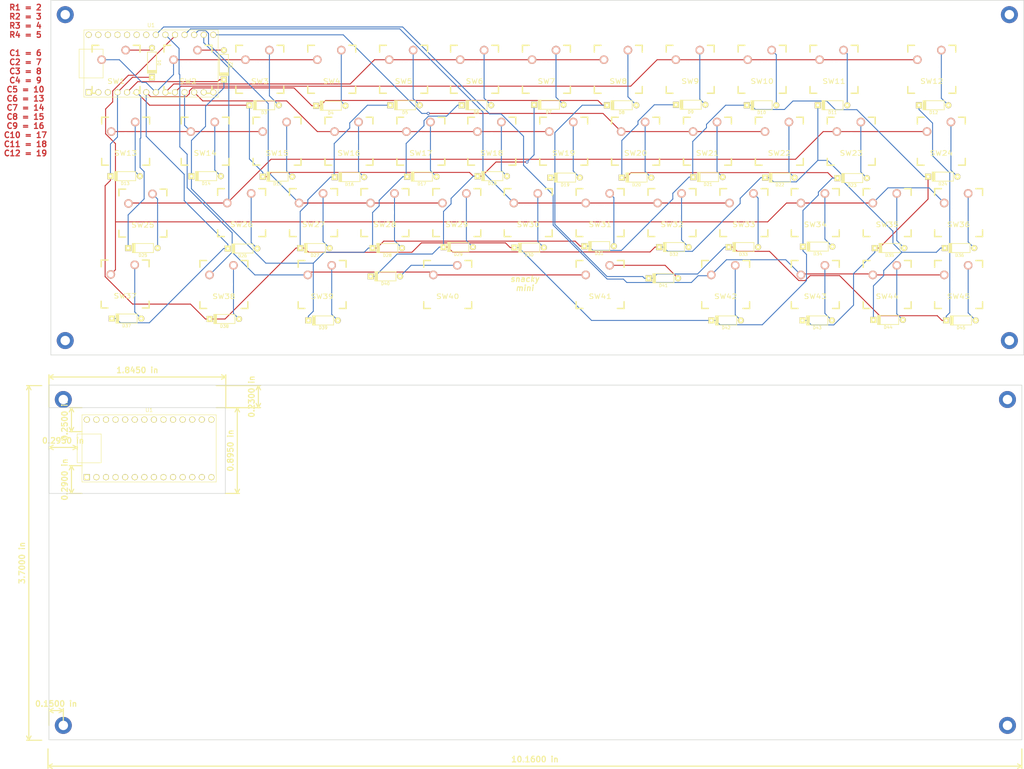
<source format=kicad_pcb>
(kicad_pcb (version 20171130) (host pcbnew "(5.0.1-3-g963ef8bb5)")
  (layers (0 F.Cu signal) (31 B.Cu signal) (34 B.Paste user) (35 F.Paste user) (36 B.SilkS user) (37 F.SilkS user) (38 B.Mask user) (39 F.Mask user) (44 Edge.Cuts user))
  (net 0 "")
  (net 1 ROW1)
  (net 2 "Net-(D1-Pad2)")
  (net 3 ROW2)
  (net 4 "Net-(D2-Pad2)")
  (net 5 "Net-(D3-Pad2)")
  (net 6 ROW3)
  (net 7 "Net-(D4-Pad2)")
  (net 8 ROW4)
  (net 9 "Net-(D5-Pad2)")
  (net 10 "Net-(D6-Pad2)")
  (net 11 "Net-(D7-Pad2)")
  (net 12 "Net-(D8-Pad2)")
  (net 13 "Net-(D9-Pad2)")
  (net 14 "Net-(D10-Pad2)")
  (net 15 "Net-(D11-Pad2)")
  (net 16 "Net-(D12-Pad2)")
  (net 17 "Net-(D13-Pad2)")
  (net 18 "Net-(D14-Pad2)")
  (net 19 "Net-(D15-Pad2)")
  (net 20 "Net-(D16-Pad2)")
  (net 21 "Net-(D17-Pad2)")
  (net 22 "Net-(D18-Pad2)")
  (net 23 "Net-(D19-Pad2)")
  (net 24 "Net-(D20-Pad2)")
  (net 25 "Net-(D21-Pad2)")
  (net 26 "Net-(D22-Pad2)")
  (net 27 "Net-(D23-Pad2)")
  (net 28 "Net-(D24-Pad2)")
  (net 29 "Net-(D25-Pad2)")
  (net 30 "Net-(D26-Pad2)")
  (net 31 "Net-(D27-Pad2)")
  (net 32 "Net-(D28-Pad2)")
  (net 33 "Net-(D29-Pad2)")
  (net 34 "Net-(D30-Pad2)")
  (net 35 "Net-(D31-Pad2)")
  (net 36 "Net-(D32-Pad2)")
  (net 37 "Net-(D33-Pad2)")
  (net 38 "Net-(D34-Pad2)")
  (net 39 "Net-(D35-Pad2)")
  (net 40 "Net-(D36-Pad2)")
  (net 41 "Net-(D37-Pad2)")
  (net 42 "Net-(D38-Pad2)")
  (net 43 "Net-(D39-Pad2)")
  (net 44 "Net-(D40-Pad2)")
  (net 45 "Net-(D41-Pad2)")
  (net 46 "Net-(D42-Pad2)")
  (net 47 "Net-(D43-Pad2)")
  (net 48 "Net-(D44-Pad2)")
  (net 49 "Net-(D45-Pad2)")
  (net 50 COL1)
  (net 51 COL2)
  (net 52 COL3)
  (net 53 COL4)
  (net 54 COL5)
  (net 55 COL6)
  (net 56 COL7)
  (net 57 COL8)
  (net 58 COL9)
  (net 59 COL10)
  (net 60 COL11)
  (net 61 COL12)
  (net 62 "Net-(U1-Pad1)")
  (net 63 "Net-(U1-Pad2)")
  (net 64 "Net-(U1-Pad3)")
  (net 65 "Net-(U1-Pad13)")
  (net 66 "Net-(U1-Pad33)")
  (net 67 "Net-(U1-Pad32)")
  (net 68 "Net-(U1-Pad31)")
  (net 69 "Net-(U1-Pad30)")
  (net 70 "Net-(U1-Pad29)")
  (net 71 "Net-(U1-Pad28)")
  (net 72 "Net-(U1-Pad27)")
  (net 73 "Net-(U1-Pad14)")
  (module prototype:TeensySimple (layer F.Cu) (at 99.187 163.322)
    (fp_text reference U1 (at 0 -10.16) (layer F.SilkS))
    (fp_text value Teensy3.2)
    (pad 1 thru_hole rect (at -16.51 7.62) (size 1.6 1.6) (drill 1.1) (layers *.Cu *.Mask F.SilkS))
    (pad 2 thru_hole circle (at -13.97 7.62) (size 1.6 1.6) (drill 1.1) (layers *.Cu *.Mask F.SilkS))
    (pad 3 thru_hole circle (at -11.43 7.62) (size 1.6 1.6) (drill 1.1) (layers *.Cu *.Mask F.SilkS))
    (pad 4 thru_hole circle (at -8.89 7.62) (size 1.6 1.6) (drill 1.1) (layers *.Cu *.Mask F.SilkS))
    (pad 5 thru_hole circle (at -6.35 7.62) (size 1.6 1.6) (drill 1.1) (layers *.Cu *.Mask F.SilkS))
    (pad 6 thru_hole circle (at -3.81 7.62) (size 1.6 1.6) (drill 1.1) (layers *.Cu *.Mask F.SilkS))
    (pad 7 thru_hole circle (at -1.27 7.62) (size 1.6 1.6) (drill 1.1) (layers *.Cu *.Mask F.SilkS))
    (pad 8 thru_hole circle (at 1.27 7.62) (size 1.6 1.6) (drill 1.1) (layers *.Cu *.Mask F.SilkS))
    (pad 9 thru_hole circle (at 3.81 7.62) (size 1.6 1.6) (drill 1.1) (layers *.Cu *.Mask F.SilkS))
    (pad 10 thru_hole circle (at 6.35 7.62) (size 1.6 1.6) (drill 1.1) (layers *.Cu *.Mask F.SilkS))
    (pad 11 thru_hole circle (at 8.89 7.62) (size 1.6 1.6) (drill 1.1) (layers *.Cu *.Mask F.SilkS))
    (pad 12 thru_hole circle (at 11.43 7.62) (size 1.6 1.6) (drill 1.1) (layers *.Cu *.Mask F.SilkS))
    (pad 13 thru_hole circle (at 13.97 7.62) (size 1.6 1.6) (drill 1.1) (layers *.Cu *.Mask F.SilkS))
    (pad 33 thru_hole circle (at -16.51 -7.62) (size 1.6 1.6) (drill 1.1) (layers *.Cu *.Mask F.SilkS))
    (pad 32 thru_hole circle (at -13.97 -7.62) (size 1.6 1.6) (drill 1.1) (layers *.Cu *.Mask F.SilkS))
    (pad 31 thru_hole circle (at -11.43 -7.62) (size 1.6 1.6) (drill 1.1) (layers *.Cu *.Mask F.SilkS))
    (pad 30 thru_hole circle (at -8.89 -7.62) (size 1.6 1.6) (drill 1.1) (layers *.Cu *.Mask F.SilkS))
    (pad 29 thru_hole circle (at -6.35 -7.62) (size 1.6 1.6) (drill 1.1) (layers *.Cu *.Mask F.SilkS))
    (pad 28 thru_hole circle (at -3.81 -7.62) (size 1.6 1.6) (drill 1.1) (layers *.Cu *.Mask F.SilkS))
    (pad 27 thru_hole circle (at -1.27 -7.62) (size 1.6 1.6) (drill 1.1) (layers *.Cu *.Mask F.SilkS))
    (pad 26 thru_hole circle (at 1.27 -7.62) (size 1.6 1.6) (drill 1.1) (layers *.Cu *.Mask F.SilkS))
    (pad 25 thru_hole circle (at 3.81 -7.62) (size 1.6 1.6) (drill 1.1) (layers *.Cu *.Mask F.SilkS))
    (pad 24 thru_hole circle (at 6.35 -7.62) (size 1.6 1.6) (drill 1.1) (layers *.Cu *.Mask F.SilkS))
    (pad 23 thru_hole circle (at 8.89 -7.62) (size 1.6 1.6) (drill 1.1) (layers *.Cu *.Mask F.SilkS))
    (pad 22 thru_hole circle (at 11.43 -7.62) (size 1.6 1.6) (drill 1.1) (layers *.Cu *.Mask F.SilkS))
    (pad 21 thru_hole circle (at 13.97 -7.62) (size 1.6 1.6) (drill 1.1) (layers *.Cu *.Mask F.SilkS))
    (pad 14 thru_hole circle (at 16.51 7.62) (size 1.6 1.6) (drill 1.1) (layers *.Cu *.Mask F.SilkS))
    (pad 20 thru_hole circle (at 16.51 -7.62) (size 1.6 1.6) (drill 1.1) (layers *.Cu *.Mask F.SilkS))
  )
  (module prototype:TeensySimple (layer F.Cu) (at 99.695 61.341)
    (fp_text reference U1 (at 0 -10.16) (layer F.SilkS))
    (fp_text value Teensy3.2)
    (pad 20 thru_hole circle (at 16.51 -7.62) (size 1.6 1.6) (drill 1.1) (layers *.Cu *.Mask F.SilkS) (net 55 COL6))
    (pad 14 thru_hole circle (at 16.51 7.62) (size 1.6 1.6) (drill 1.1) (layers *.Cu *.Mask F.SilkS) (net 73 "Net-(U1-Pad14)"))
    (pad 21 thru_hole circle (at 13.97 -7.62) (size 1.6 1.6) (drill 1.1) (layers *.Cu *.Mask F.SilkS) (net 56 COL7))
    (pad 22 thru_hole circle (at 11.43 -7.62) (size 1.6 1.6) (drill 1.1) (layers *.Cu *.Mask F.SilkS) (net 57 COL8))
    (pad 23 thru_hole circle (at 8.89 -7.62) (size 1.6 1.6) (drill 1.1) (layers *.Cu *.Mask F.SilkS) (net 58 COL9))
    (pad 24 thru_hole circle (at 6.35 -7.62) (size 1.6 1.6) (drill 1.1) (layers *.Cu *.Mask F.SilkS) (net 59 COL10))
    (pad 25 thru_hole circle (at 3.81 -7.62) (size 1.6 1.6) (drill 1.1) (layers *.Cu *.Mask F.SilkS) (net 60 COL11))
    (pad 26 thru_hole circle (at 1.27 -7.62) (size 1.6 1.6) (drill 1.1) (layers *.Cu *.Mask F.SilkS) (net 61 COL12))
    (pad 27 thru_hole circle (at -1.27 -7.62) (size 1.6 1.6) (drill 1.1) (layers *.Cu *.Mask F.SilkS) (net 72 "Net-(U1-Pad27)"))
    (pad 28 thru_hole circle (at -3.81 -7.62) (size 1.6 1.6) (drill 1.1) (layers *.Cu *.Mask F.SilkS) (net 71 "Net-(U1-Pad28)"))
    (pad 29 thru_hole circle (at -6.35 -7.62) (size 1.6 1.6) (drill 1.1) (layers *.Cu *.Mask F.SilkS) (net 70 "Net-(U1-Pad29)"))
    (pad 30 thru_hole circle (at -8.89 -7.62) (size 1.6 1.6) (drill 1.1) (layers *.Cu *.Mask F.SilkS) (net 69 "Net-(U1-Pad30)"))
    (pad 31 thru_hole circle (at -11.43 -7.62) (size 1.6 1.6) (drill 1.1) (layers *.Cu *.Mask F.SilkS) (net 68 "Net-(U1-Pad31)"))
    (pad 32 thru_hole circle (at -13.97 -7.62) (size 1.6 1.6) (drill 1.1) (layers *.Cu *.Mask F.SilkS) (net 67 "Net-(U1-Pad32)"))
    (pad 33 thru_hole circle (at -16.51 -7.62) (size 1.6 1.6) (drill 1.1) (layers *.Cu *.Mask F.SilkS) (net 66 "Net-(U1-Pad33)"))
    (pad 13 thru_hole circle (at 13.97 7.62) (size 1.6 1.6) (drill 1.1) (layers *.Cu *.Mask F.SilkS) (net 65 "Net-(U1-Pad13)"))
    (pad 12 thru_hole circle (at 11.43 7.62) (size 1.6 1.6) (drill 1.1) (layers *.Cu *.Mask F.SilkS) (net 54 COL5))
    (pad 11 thru_hole circle (at 8.89 7.62) (size 1.6 1.6) (drill 1.1) (layers *.Cu *.Mask F.SilkS) (net 53 COL4))
    (pad 10 thru_hole circle (at 6.35 7.62) (size 1.6 1.6) (drill 1.1) (layers *.Cu *.Mask F.SilkS) (net 52 COL3))
    (pad 9 thru_hole circle (at 3.81 7.62) (size 1.6 1.6) (drill 1.1) (layers *.Cu *.Mask F.SilkS) (net 51 COL2))
    (pad 8 thru_hole circle (at 1.27 7.62) (size 1.6 1.6) (drill 1.1) (layers *.Cu *.Mask F.SilkS) (net 50 COL1))
    (pad 7 thru_hole circle (at -1.27 7.62) (size 1.6 1.6) (drill 1.1) (layers *.Cu *.Mask F.SilkS) (net 8 ROW4))
    (pad 6 thru_hole circle (at -3.81 7.62) (size 1.6 1.6) (drill 1.1) (layers *.Cu *.Mask F.SilkS) (net 6 ROW3))
    (pad 5 thru_hole circle (at -6.35 7.62) (size 1.6 1.6) (drill 1.1) (layers *.Cu *.Mask F.SilkS) (net 3 ROW2))
    (pad 4 thru_hole circle (at -8.89 7.62) (size 1.6 1.6) (drill 1.1) (layers *.Cu *.Mask F.SilkS) (net 1 ROW1))
    (pad 3 thru_hole circle (at -11.43 7.62) (size 1.6 1.6) (drill 1.1) (layers *.Cu *.Mask F.SilkS) (net 64 "Net-(U1-Pad3)"))
    (pad 2 thru_hole circle (at -13.97 7.62) (size 1.6 1.6) (drill 1.1) (layers *.Cu *.Mask F.SilkS) (net 63 "Net-(U1-Pad2)"))
    (pad 1 thru_hole rect (at -16.51 7.62) (size 1.6 1.6) (drill 1.1) (layers *.Cu *.Mask F.SilkS) (net 62 "Net-(U1-Pad1)"))
  )
  (module prototype:D_axial (layer F.Cu) (at 99.949 61.087 90)
    (fp_text reference D1 (at 0 1.925 90) (layer F.SilkS) (effects (font (size 0.8 0.8))))
    (fp_text value D hide)
    (pad 1 thru_hole rect (at -3.9 0 90) (size 1.6 1.6) (drill 0.7) (layers *.Cu *.Mask F.SilkS) (net 1 ROW1))
    (pad 2 thru_hole circle (at 3.9 0 90) (size 1.6 1.6) (drill 0.7) (layers *.Cu *.Mask F.SilkS) (net 2 "Net-(D1-Pad2)"))
  )
  (module prototype:D_axial (layer F.Cu) (at 118.999 61.722 90)
    (fp_text reference D2 (at 0 1.925 90) (layer F.SilkS) (effects (font (size 0.8 0.8))))
    (fp_text value D hide)
    (pad 1 thru_hole rect (at -3.9 0 90) (size 1.6 1.6) (drill 0.7) (layers *.Cu *.Mask F.SilkS) (net 3 ROW2))
    (pad 2 thru_hole circle (at 3.9 0 90) (size 1.6 1.6) (drill 0.7) (layers *.Cu *.Mask F.SilkS) (net 4 "Net-(D2-Pad2)"))
  )
  (module prototype:D_axial (layer F.Cu) (at 129.667 72.39)
    (fp_text reference D3 (at 0 1.925) (layer F.SilkS) (effects (font (size 0.8 0.8))))
    (fp_text value D hide)
    (pad 2 thru_hole circle (at 3.9 0) (size 1.6 1.6) (drill 0.7) (layers *.Cu *.Mask F.SilkS) (net 5 "Net-(D3-Pad2)"))
    (pad 1 thru_hole rect (at -3.9 0) (size 1.6 1.6) (drill 0.7) (layers *.Cu *.Mask F.SilkS) (net 6 ROW3))
  )
  (module prototype:D_axial (layer F.Cu) (at 147.32 72.517)
    (fp_text reference D4 (at 0 1.925) (layer F.SilkS) (effects (font (size 0.8 0.8))))
    (fp_text value D hide)
    (pad 2 thru_hole circle (at 3.9 0) (size 1.6 1.6) (drill 0.7) (layers *.Cu *.Mask F.SilkS) (net 7 "Net-(D4-Pad2)"))
    (pad 1 thru_hole rect (at -3.9 0) (size 1.6 1.6) (drill 0.7) (layers *.Cu *.Mask F.SilkS) (net 8 ROW4))
  )
  (module prototype:D_axial (layer F.Cu) (at 167.005 72.39)
    (fp_text reference D5 (at 0 1.925) (layer F.SilkS) (effects (font (size 0.8 0.8))))
    (fp_text value D hide)
    (pad 1 thru_hole rect (at -3.9 0) (size 1.6 1.6) (drill 0.7) (layers *.Cu *.Mask F.SilkS) (net 1 ROW1))
    (pad 2 thru_hole circle (at 3.9 0) (size 1.6 1.6) (drill 0.7) (layers *.Cu *.Mask F.SilkS) (net 9 "Net-(D5-Pad2)"))
  )
  (module prototype:D_axial (layer F.Cu) (at 185.928 72.39)
    (fp_text reference D6 (at 0 1.925) (layer F.SilkS) (effects (font (size 0.8 0.8))))
    (fp_text value D hide)
    (pad 1 thru_hole rect (at -3.9 0) (size 1.6 1.6) (drill 0.7) (layers *.Cu *.Mask F.SilkS) (net 3 ROW2))
    (pad 2 thru_hole circle (at 3.9 0) (size 1.6 1.6) (drill 0.7) (layers *.Cu *.Mask F.SilkS) (net 10 "Net-(D6-Pad2)"))
  )
  (module prototype:D_axial (layer F.Cu) (at 205.105 72.263)
    (fp_text reference D7 (at 0 1.925) (layer F.SilkS) (effects (font (size 0.8 0.8))))
    (fp_text value D hide)
    (pad 2 thru_hole circle (at 3.9 0) (size 1.6 1.6) (drill 0.7) (layers *.Cu *.Mask F.SilkS) (net 11 "Net-(D7-Pad2)"))
    (pad 1 thru_hole rect (at -3.9 0) (size 1.6 1.6) (drill 0.7) (layers *.Cu *.Mask F.SilkS) (net 6 ROW3))
  )
  (module prototype:D_axial (layer F.Cu) (at 224.409 72.39)
    (fp_text reference D8 (at 0 1.925) (layer F.SilkS) (effects (font (size 0.8 0.8))))
    (fp_text value D hide)
    (pad 2 thru_hole circle (at 3.9 0) (size 1.6 1.6) (drill 0.7) (layers *.Cu *.Mask F.SilkS) (net 12 "Net-(D8-Pad2)"))
    (pad 1 thru_hole rect (at -3.9 0) (size 1.6 1.6) (drill 0.7) (layers *.Cu *.Mask F.SilkS) (net 8 ROW4))
  )
  (module prototype:D_axial (layer F.Cu) (at 242.697 72.263)
    (fp_text reference D9 (at 0 1.925) (layer F.SilkS) (effects (font (size 0.8 0.8))))
    (fp_text value D hide)
    (pad 1 thru_hole rect (at -3.9 0) (size 1.6 1.6) (drill 0.7) (layers *.Cu *.Mask F.SilkS) (net 1 ROW1))
    (pad 2 thru_hole circle (at 3.9 0) (size 1.6 1.6) (drill 0.7) (layers *.Cu *.Mask F.SilkS) (net 13 "Net-(D9-Pad2)"))
  )
  (module prototype:D_axial (layer F.Cu) (at 261.493 72.39)
    (fp_text reference D10 (at 0 1.925) (layer F.SilkS) (effects (font (size 0.8 0.8))))
    (fp_text value D hide)
    (pad 1 thru_hole rect (at -3.9 0) (size 1.6 1.6) (drill 0.7) (layers *.Cu *.Mask F.SilkS) (net 3 ROW2))
    (pad 2 thru_hole circle (at 3.9 0) (size 1.6 1.6) (drill 0.7) (layers *.Cu *.Mask F.SilkS) (net 14 "Net-(D10-Pad2)"))
  )
  (module prototype:D_axial (layer F.Cu) (at 280.289 72.39)
    (fp_text reference D11 (at 0 1.925) (layer F.SilkS) (effects (font (size 0.8 0.8))))
    (fp_text value D hide)
    (pad 2 thru_hole circle (at 3.9 0) (size 1.6 1.6) (drill 0.7) (layers *.Cu *.Mask F.SilkS) (net 15 "Net-(D11-Pad2)"))
    (pad 1 thru_hole rect (at -3.9 0) (size 1.6 1.6) (drill 0.7) (layers *.Cu *.Mask F.SilkS) (net 6 ROW3))
  )
  (module prototype:D_axial (layer F.Cu) (at 307.086 72.39)
    (fp_text reference D12 (at 0 1.925) (layer F.SilkS) (effects (font (size 0.8 0.8))))
    (fp_text value D hide)
    (pad 2 thru_hole circle (at 3.9 0) (size 1.6 1.6) (drill 0.7) (layers *.Cu *.Mask F.SilkS) (net 16 "Net-(D12-Pad2)"))
    (pad 1 thru_hole rect (at -3.9 0) (size 1.6 1.6) (drill 0.7) (layers *.Cu *.Mask F.SilkS) (net 8 ROW4))
  )
  (module prototype:D_axial (layer F.Cu) (at 92.837 91.186)
    (fp_text reference D13 (at 0 1.925) (layer F.SilkS) (effects (font (size 0.8 0.8))))
    (fp_text value D hide)
    (pad 1 thru_hole rect (at -3.9 0) (size 1.6 1.6) (drill 0.7) (layers *.Cu *.Mask F.SilkS) (net 1 ROW1))
    (pad 2 thru_hole circle (at 3.9 0) (size 1.6 1.6) (drill 0.7) (layers *.Cu *.Mask F.SilkS) (net 17 "Net-(D13-Pad2)"))
  )
  (module prototype:D_axial (layer F.Cu) (at 114.3 91.186)
    (fp_text reference D14 (at 0 1.925) (layer F.SilkS) (effects (font (size 0.8 0.8))))
    (fp_text value D hide)
    (pad 1 thru_hole rect (at -3.9 0) (size 1.6 1.6) (drill 0.7) (layers *.Cu *.Mask F.SilkS) (net 3 ROW2))
    (pad 2 thru_hole circle (at 3.9 0) (size 1.6 1.6) (drill 0.7) (layers *.Cu *.Mask F.SilkS) (net 18 "Net-(D14-Pad2)"))
  )
  (module prototype:D_axial (layer F.Cu) (at 133.223 91.313)
    (fp_text reference D15 (at 0 1.925) (layer F.SilkS) (effects (font (size 0.8 0.8))))
    (fp_text value D hide)
    (pad 2 thru_hole circle (at 3.9 0) (size 1.6 1.6) (drill 0.7) (layers *.Cu *.Mask F.SilkS) (net 19 "Net-(D15-Pad2)"))
    (pad 1 thru_hole rect (at -3.9 0) (size 1.6 1.6) (drill 0.7) (layers *.Cu *.Mask F.SilkS) (net 6 ROW3))
  )
  (module prototype:D_axial (layer F.Cu) (at 152.273 91.44)
    (fp_text reference D16 (at 0 1.925) (layer F.SilkS) (effects (font (size 0.8 0.8))))
    (fp_text value D hide)
    (pad 1 thru_hole rect (at -3.9 0) (size 1.6 1.6) (drill 0.7) (layers *.Cu *.Mask F.SilkS) (net 1 ROW1))
    (pad 2 thru_hole circle (at 3.9 0) (size 1.6 1.6) (drill 0.7) (layers *.Cu *.Mask F.SilkS) (net 20 "Net-(D16-Pad2)"))
  )
  (module prototype:D_axial (layer F.Cu) (at 171.45 91.313)
    (fp_text reference D17 (at 0 1.925) (layer F.SilkS) (effects (font (size 0.8 0.8))))
    (fp_text value D hide)
    (pad 1 thru_hole rect (at -3.9 0) (size 1.6 1.6) (drill 0.7) (layers *.Cu *.Mask F.SilkS) (net 3 ROW2))
    (pad 2 thru_hole circle (at 3.9 0) (size 1.6 1.6) (drill 0.7) (layers *.Cu *.Mask F.SilkS) (net 21 "Net-(D17-Pad2)"))
  )
  (module prototype:D_axial (layer F.Cu) (at 190.119 91.186)
    (fp_text reference D18 (at 0 1.925) (layer F.SilkS) (effects (font (size 0.8 0.8))))
    (fp_text value D hide)
    (pad 2 thru_hole circle (at 3.9 0) (size 1.6 1.6) (drill 0.7) (layers *.Cu *.Mask F.SilkS) (net 22 "Net-(D18-Pad2)"))
    (pad 1 thru_hole rect (at -3.9 0) (size 1.6 1.6) (drill 0.7) (layers *.Cu *.Mask F.SilkS) (net 6 ROW3))
  )
  (module prototype:D_axial (layer F.Cu) (at 209.423 91.567)
    (fp_text reference D19 (at 0 1.925) (layer F.SilkS) (effects (font (size 0.8 0.8))))
    (fp_text value D hide)
    (pad 2 thru_hole circle (at 3.9 0) (size 1.6 1.6) (drill 0.7) (layers *.Cu *.Mask F.SilkS) (net 23 "Net-(D19-Pad2)"))
    (pad 1 thru_hole rect (at -3.9 0) (size 1.6 1.6) (drill 0.7) (layers *.Cu *.Mask F.SilkS) (net 8 ROW4))
  )
  (module prototype:D_axial (layer F.Cu) (at 228.346 91.567)
    (fp_text reference D20 (at 0 1.925) (layer F.SilkS) (effects (font (size 0.8 0.8))))
    (fp_text value D hide)
    (pad 1 thru_hole rect (at -3.9 0) (size 1.6 1.6) (drill 0.7) (layers *.Cu *.Mask F.SilkS) (net 1 ROW1))
    (pad 2 thru_hole circle (at 3.9 0) (size 1.6 1.6) (drill 0.7) (layers *.Cu *.Mask F.SilkS) (net 24 "Net-(D20-Pad2)"))
  )
  (module prototype:D_axial (layer F.Cu) (at 247.269 91.44)
    (fp_text reference D21 (at 0 1.925) (layer F.SilkS) (effects (font (size 0.8 0.8))))
    (fp_text value D hide)
    (pad 1 thru_hole rect (at -3.9 0) (size 1.6 1.6) (drill 0.7) (layers *.Cu *.Mask F.SilkS) (net 3 ROW2))
    (pad 2 thru_hole circle (at 3.9 0) (size 1.6 1.6) (drill 0.7) (layers *.Cu *.Mask F.SilkS) (net 25 "Net-(D21-Pad2)"))
  )
  (module prototype:D_axial (layer F.Cu) (at 266.319 91.567)
    (fp_text reference D22 (at 0 1.925) (layer F.SilkS) (effects (font (size 0.8 0.8))))
    (fp_text value D hide)
    (pad 2 thru_hole circle (at 3.9 0) (size 1.6 1.6) (drill 0.7) (layers *.Cu *.Mask F.SilkS) (net 26 "Net-(D22-Pad2)"))
    (pad 1 thru_hole rect (at -3.9 0) (size 1.6 1.6) (drill 0.7) (layers *.Cu *.Mask F.SilkS) (net 6 ROW3))
  )
  (module prototype:D_axial (layer F.Cu) (at 285.496 91.694)
    (fp_text reference D23 (at 0 1.925) (layer F.SilkS) (effects (font (size 0.8 0.8))))
    (fp_text value D hide)
    (pad 1 thru_hole rect (at -3.9 0) (size 1.6 1.6) (drill 0.7) (layers *.Cu *.Mask F.SilkS) (net 1 ROW1))
    (pad 2 thru_hole circle (at 3.9 0) (size 1.6 1.6) (drill 0.7) (layers *.Cu *.Mask F.SilkS) (net 27 "Net-(D23-Pad2)"))
  )
  (module prototype:D_axial (layer F.Cu) (at 309.499 91.313)
    (fp_text reference D24 (at 0 1.925) (layer F.SilkS) (effects (font (size 0.8 0.8))))
    (fp_text value D hide)
    (pad 1 thru_hole rect (at -3.9 0) (size 1.6 1.6) (drill 0.7) (layers *.Cu *.Mask F.SilkS) (net 3 ROW2))
    (pad 2 thru_hole circle (at 3.9 0) (size 1.6 1.6) (drill 0.7) (layers *.Cu *.Mask F.SilkS) (net 28 "Net-(D24-Pad2)"))
  )
  (module prototype:D_axial (layer F.Cu) (at 97.536 110.236)
    (fp_text reference D25 (at 0 1.925) (layer F.SilkS) (effects (font (size 0.8 0.8))))
    (fp_text value D hide)
    (pad 2 thru_hole circle (at 3.9 0) (size 1.6 1.6) (drill 0.7) (layers *.Cu *.Mask F.SilkS) (net 29 "Net-(D25-Pad2)"))
    (pad 1 thru_hole rect (at -3.9 0) (size 1.6 1.6) (drill 0.7) (layers *.Cu *.Mask F.SilkS) (net 6 ROW3))
  )
  (module prototype:D_axial (layer F.Cu) (at 123.952 110.363)
    (fp_text reference D26 (at 0 1.925) (layer F.SilkS) (effects (font (size 0.8 0.8))))
    (fp_text value D hide)
    (pad 2 thru_hole circle (at 3.9 0) (size 1.6 1.6) (drill 0.7) (layers *.Cu *.Mask F.SilkS) (net 30 "Net-(D26-Pad2)"))
    (pad 1 thru_hole rect (at -3.9 0) (size 1.6 1.6) (drill 0.7) (layers *.Cu *.Mask F.SilkS) (net 8 ROW4))
  )
  (module prototype:D_axial (layer F.Cu) (at 143.129 110.236)
    (fp_text reference D27 (at 0 1.925) (layer F.SilkS) (effects (font (size 0.8 0.8))))
    (fp_text value D hide)
    (pad 1 thru_hole rect (at -3.9 0) (size 1.6 1.6) (drill 0.7) (layers *.Cu *.Mask F.SilkS) (net 1 ROW1))
    (pad 2 thru_hole circle (at 3.9 0) (size 1.6 1.6) (drill 0.7) (layers *.Cu *.Mask F.SilkS) (net 31 "Net-(D27-Pad2)"))
  )
  (module prototype:D_axial (layer F.Cu) (at 162.306 110.236)
    (fp_text reference D28 (at 0 1.925) (layer F.SilkS) (effects (font (size 0.8 0.8))))
    (fp_text value D hide)
    (pad 1 thru_hole rect (at -3.9 0) (size 1.6 1.6) (drill 0.7) (layers *.Cu *.Mask F.SilkS) (net 3 ROW2))
    (pad 2 thru_hole circle (at 3.9 0) (size 1.6 1.6) (drill 0.7) (layers *.Cu *.Mask F.SilkS) (net 32 "Net-(D28-Pad2)"))
  )
  (module prototype:D_axial (layer F.Cu) (at 181.102 109.982)
    (fp_text reference D29 (at 0 1.925) (layer F.SilkS) (effects (font (size 0.8 0.8))))
    (fp_text value D hide)
    (pad 2 thru_hole circle (at 3.9 0) (size 1.6 1.6) (drill 0.7) (layers *.Cu *.Mask F.SilkS) (net 33 "Net-(D29-Pad2)"))
    (pad 1 thru_hole rect (at -3.9 0) (size 1.6 1.6) (drill 0.7) (layers *.Cu *.Mask F.SilkS) (net 6 ROW3))
  )
  (module prototype:D_axial (layer F.Cu) (at 199.898 110.109)
    (fp_text reference D30 (at 0 1.925) (layer F.SilkS) (effects (font (size 0.8 0.8))))
    (fp_text value D hide)
    (pad 1 thru_hole rect (at -3.9 0) (size 1.6 1.6) (drill 0.7) (layers *.Cu *.Mask F.SilkS) (net 1 ROW1))
    (pad 2 thru_hole circle (at 3.9 0) (size 1.6 1.6) (drill 0.7) (layers *.Cu *.Mask F.SilkS) (net 34 "Net-(D30-Pad2)"))
  )
  (module prototype:D_axial (layer F.Cu) (at 218.44 109.728)
    (fp_text reference D31 (at 0 1.925) (layer F.SilkS) (effects (font (size 0.8 0.8))))
    (fp_text value D hide)
    (pad 1 thru_hole rect (at -3.9 0) (size 1.6 1.6) (drill 0.7) (layers *.Cu *.Mask F.SilkS) (net 3 ROW2))
    (pad 2 thru_hole circle (at 3.9 0) (size 1.6 1.6) (drill 0.7) (layers *.Cu *.Mask F.SilkS) (net 35 "Net-(D31-Pad2)"))
  )
  (module prototype:D_axial (layer F.Cu) (at 238.252 109.982)
    (fp_text reference D32 (at 0 1.925) (layer F.SilkS) (effects (font (size 0.8 0.8))))
    (fp_text value D hide)
    (pad 2 thru_hole circle (at 3.9 0) (size 1.6 1.6) (drill 0.7) (layers *.Cu *.Mask F.SilkS) (net 36 "Net-(D32-Pad2)"))
    (pad 1 thru_hole rect (at -3.9 0) (size 1.6 1.6) (drill 0.7) (layers *.Cu *.Mask F.SilkS) (net 6 ROW3))
  )
  (module prototype:D_axial (layer F.Cu) (at 256.667 109.982)
    (fp_text reference D33 (at 0 1.925) (layer F.SilkS) (effects (font (size 0.8 0.8))))
    (fp_text value D hide)
    (pad 2 thru_hole circle (at 3.9 0) (size 1.6 1.6) (drill 0.7) (layers *.Cu *.Mask F.SilkS) (net 37 "Net-(D33-Pad2)"))
    (pad 1 thru_hole rect (at -3.9 0) (size 1.6 1.6) (drill 0.7) (layers *.Cu *.Mask F.SilkS) (net 8 ROW4))
  )
  (module prototype:D_axial (layer F.Cu) (at 276.352 109.855)
    (fp_text reference D34 (at 0 1.925) (layer F.SilkS) (effects (font (size 0.8 0.8))))
    (fp_text value D hide)
    (pad 1 thru_hole rect (at -3.9 0) (size 1.6 1.6) (drill 0.7) (layers *.Cu *.Mask F.SilkS) (net 1 ROW1))
    (pad 2 thru_hole circle (at 3.9 0) (size 1.6 1.6) (drill 0.7) (layers *.Cu *.Mask F.SilkS) (net 38 "Net-(D34-Pad2)"))
  )
  (module prototype:D_axial (layer F.Cu) (at 295.402 110.236)
    (fp_text reference D35 (at 0 1.925) (layer F.SilkS) (effects (font (size 0.8 0.8))))
    (fp_text value D hide)
    (pad 1 thru_hole rect (at -3.9 0) (size 1.6 1.6) (drill 0.7) (layers *.Cu *.Mask F.SilkS) (net 3 ROW2))
    (pad 2 thru_hole circle (at 3.9 0) (size 1.6 1.6) (drill 0.7) (layers *.Cu *.Mask F.SilkS) (net 39 "Net-(D35-Pad2)"))
  )
  (module prototype:D_axial (layer F.Cu) (at 313.944 110.236)
    (fp_text reference D36 (at 0 1.925) (layer F.SilkS) (effects (font (size 0.8 0.8))))
    (fp_text value D hide)
    (pad 2 thru_hole circle (at 3.9 0) (size 1.6 1.6) (drill 0.7) (layers *.Cu *.Mask F.SilkS) (net 40 "Net-(D36-Pad2)"))
    (pad 1 thru_hole rect (at -3.9 0) (size 1.6 1.6) (drill 0.7) (layers *.Cu *.Mask F.SilkS) (net 6 ROW3))
  )
  (module prototype:D_axial (layer F.Cu) (at 93.218 128.905)
    (fp_text reference D37 (at 0 1.925) (layer F.SilkS) (effects (font (size 0.8 0.8))))
    (fp_text value D hide)
    (pad 2 thru_hole circle (at 3.9 0) (size 1.6 1.6) (drill 0.7) (layers *.Cu *.Mask F.SilkS) (net 41 "Net-(D37-Pad2)"))
    (pad 1 thru_hole rect (at -3.9 0) (size 1.6 1.6) (drill 0.7) (layers *.Cu *.Mask F.SilkS) (net 8 ROW4))
  )
  (module prototype:D_axial (layer F.Cu) (at 119.126 129.032)
    (fp_text reference D38 (at 0 1.925) (layer F.SilkS) (effects (font (size 0.8 0.8))))
    (fp_text value D hide)
    (pad 1 thru_hole rect (at -3.9 0) (size 1.6 1.6) (drill 0.7) (layers *.Cu *.Mask F.SilkS) (net 1 ROW1))
    (pad 2 thru_hole circle (at 3.9 0) (size 1.6 1.6) (drill 0.7) (layers *.Cu *.Mask F.SilkS) (net 42 "Net-(D38-Pad2)"))
  )
  (module prototype:D_axial (layer F.Cu) (at 145.288 129.413)
    (fp_text reference D39 (at 0 1.925) (layer F.SilkS) (effects (font (size 0.8 0.8))))
    (fp_text value D hide)
    (pad 1 thru_hole rect (at -3.9 0) (size 1.6 1.6) (drill 0.7) (layers *.Cu *.Mask F.SilkS) (net 3 ROW2))
    (pad 2 thru_hole circle (at 3.9 0) (size 1.6 1.6) (drill 0.7) (layers *.Cu *.Mask F.SilkS) (net 43 "Net-(D39-Pad2)"))
  )
  (module prototype:D_axial (layer F.Cu) (at 161.798 117.729)
    (fp_text reference D40 (at 0 1.925) (layer F.SilkS) (effects (font (size 0.8 0.8))))
    (fp_text value D hide)
    (pad 2 thru_hole circle (at 3.9 0) (size 1.6 1.6) (drill 0.7) (layers *.Cu *.Mask F.SilkS) (net 44 "Net-(D40-Pad2)"))
    (pad 1 thru_hole rect (at -3.9 0) (size 1.6 1.6) (drill 0.7) (layers *.Cu *.Mask F.SilkS) (net 6 ROW3))
  )
  (module prototype:D_axial (layer F.Cu) (at 235.458 118.237)
    (fp_text reference D41 (at 0 1.925) (layer F.SilkS) (effects (font (size 0.8 0.8))))
    (fp_text value D hide)
    (pad 2 thru_hole circle (at 3.9 0) (size 1.6 1.6) (drill 0.7) (layers *.Cu *.Mask F.SilkS) (net 45 "Net-(D41-Pad2)"))
    (pad 1 thru_hole rect (at -3.9 0) (size 1.6 1.6) (drill 0.7) (layers *.Cu *.Mask F.SilkS) (net 8 ROW4))
  )
  (module prototype:D_axial (layer F.Cu) (at 252.095 129.413)
    (fp_text reference D42 (at 0 1.925) (layer F.SilkS) (effects (font (size 0.8 0.8))))
    (fp_text value D hide)
    (pad 1 thru_hole rect (at -3.9 0) (size 1.6 1.6) (drill 0.7) (layers *.Cu *.Mask F.SilkS) (net 1 ROW1))
    (pad 2 thru_hole circle (at 3.9 0) (size 1.6 1.6) (drill 0.7) (layers *.Cu *.Mask F.SilkS) (net 46 "Net-(D42-Pad2)"))
  )
  (module prototype:D_axial (layer F.Cu) (at 276.225 129.413)
    (fp_text reference D43 (at 0 1.925) (layer F.SilkS) (effects (font (size 0.8 0.8))))
    (fp_text value D hide)
    (pad 2 thru_hole circle (at 3.9 0) (size 1.6 1.6) (drill 0.7) (layers *.Cu *.Mask F.SilkS) (net 47 "Net-(D43-Pad2)"))
    (pad 1 thru_hole rect (at -3.9 0) (size 1.6 1.6) (drill 0.7) (layers *.Cu *.Mask F.SilkS) (net 3 ROW2))
  )
  (module prototype:D_axial (layer F.Cu) (at 295.021 129.286)
    (fp_text reference D44 (at 0 1.925) (layer F.SilkS) (effects (font (size 0.8 0.8))))
    (fp_text value D hide)
    (pad 2 thru_hole circle (at 3.9 0) (size 1.6 1.6) (drill 0.7) (layers *.Cu *.Mask F.SilkS) (net 48 "Net-(D44-Pad2)"))
    (pad 1 thru_hole rect (at -3.9 0) (size 1.6 1.6) (drill 0.7) (layers *.Cu *.Mask F.SilkS) (net 6 ROW3))
  )
  (module prototype:D_axial (layer F.Cu) (at 314.325 129.413)
    (fp_text reference D45 (at 0 1.925) (layer F.SilkS) (effects (font (size 0.8 0.8))))
    (fp_text value D hide)
    (pad 2 thru_hole circle (at 3.9 0) (size 1.6 1.6) (drill 0.7) (layers *.Cu *.Mask F.SilkS) (net 49 "Net-(D45-Pad2)"))
    (pad 1 thru_hole rect (at -3.9 0) (size 1.6 1.6) (drill 0.7) (layers *.Cu *.Mask F.SilkS) (net 8 ROW4))
  )
  (module prototype:CHERRY_PLATE_100H (layer F.Cu) (at 90.424 62.865)
    (fp_text reference SW1 (at 0 3.175) (layer F.SilkS) (effects (font (size 1.27 1.524) (thickness 0.2032))))
    (fp_text value SW_PUSH hide)
    (pad 1 thru_hole circle (at 2.54 -5.08) (size 2.286 2.286) (drill 1.4986) (layers *.Cu *.SilkS *.Mask) (net 2 "Net-(D1-Pad2)"))
    (pad 2 thru_hole circle (at -3.81 -2.54) (size 2.286 2.286) (drill 1.4986) (layers *.Cu *.SilkS *.Mask) (net 50 COL1))
    (pad HOLE np_thru_hole circle (at 0 0) (size 3.9878 3.9878) (drill 3.9878) (layers *.Cu))
    (pad HOLE np_thru_hole circle (at -5.08 0) (size 1.7018 1.7018) (drill 1.7018) (layers *.Cu))
    (pad HOLE np_thru_hole circle (at 5.08 0) (size 1.7018 1.7018) (drill 1.7018) (layers *.Cu))
  )
  (module prototype:CHERRY_PLATE_100H (layer F.Cu) (at 109.474 62.865)
    (fp_text reference SW2 (at 0 3.175) (layer F.SilkS) (effects (font (size 1.27 1.524) (thickness 0.2032))))
    (fp_text value SW_PUSH hide)
    (pad HOLE np_thru_hole circle (at 5.08 0) (size 1.7018 1.7018) (drill 1.7018) (layers *.Cu))
    (pad HOLE np_thru_hole circle (at -5.08 0) (size 1.7018 1.7018) (drill 1.7018) (layers *.Cu))
    (pad HOLE np_thru_hole circle (at 0 0) (size 3.9878 3.9878) (drill 3.9878) (layers *.Cu))
    (pad 2 thru_hole circle (at -3.81 -2.54) (size 2.286 2.286) (drill 1.4986) (layers *.Cu *.SilkS *.Mask) (net 50 COL1))
    (pad 1 thru_hole circle (at 2.54 -5.08) (size 2.286 2.286) (drill 1.4986) (layers *.Cu *.SilkS *.Mask) (net 4 "Net-(D2-Pad2)"))
  )
  (module prototype:CHERRY_PLATE_100H (layer F.Cu) (at 128.524 62.865)
    (fp_text reference SW3 (at 0 3.175) (layer F.SilkS) (effects (font (size 1.27 1.524) (thickness 0.2032))))
    (fp_text value SW_PUSH hide)
    (pad 1 thru_hole circle (at 2.54 -5.08) (size 2.286 2.286) (drill 1.4986) (layers *.Cu *.SilkS *.Mask) (net 5 "Net-(D3-Pad2)"))
    (pad 2 thru_hole circle (at -3.81 -2.54) (size 2.286 2.286) (drill 1.4986) (layers *.Cu *.SilkS *.Mask) (net 50 COL1))
    (pad HOLE np_thru_hole circle (at 0 0) (size 3.9878 3.9878) (drill 3.9878) (layers *.Cu))
    (pad HOLE np_thru_hole circle (at -5.08 0) (size 1.7018 1.7018) (drill 1.7018) (layers *.Cu))
    (pad HOLE np_thru_hole circle (at 5.08 0) (size 1.7018 1.7018) (drill 1.7018) (layers *.Cu))
  )
  (module prototype:CHERRY_PLATE_100H (layer F.Cu) (at 147.574 62.865)
    (fp_text reference SW4 (at 0 3.175) (layer F.SilkS) (effects (font (size 1.27 1.524) (thickness 0.2032))))
    (fp_text value SW_PUSH hide)
    (pad 1 thru_hole circle (at 2.54 -5.08) (size 2.286 2.286) (drill 1.4986) (layers *.Cu *.SilkS *.Mask) (net 7 "Net-(D4-Pad2)"))
    (pad 2 thru_hole circle (at -3.81 -2.54) (size 2.286 2.286) (drill 1.4986) (layers *.Cu *.SilkS *.Mask) (net 50 COL1))
    (pad HOLE np_thru_hole circle (at 0 0) (size 3.9878 3.9878) (drill 3.9878) (layers *.Cu))
    (pad HOLE np_thru_hole circle (at -5.08 0) (size 1.7018 1.7018) (drill 1.7018) (layers *.Cu))
    (pad HOLE np_thru_hole circle (at 5.08 0) (size 1.7018 1.7018) (drill 1.7018) (layers *.Cu))
  )
  (module prototype:CHERRY_PLATE_100H (layer F.Cu) (at 166.624 62.865)
    (fp_text reference SW5 (at 0 3.175) (layer F.SilkS) (effects (font (size 1.27 1.524) (thickness 0.2032))))
    (fp_text value SW_PUSH hide)
    (pad 1 thru_hole circle (at 2.54 -5.08) (size 2.286 2.286) (drill 1.4986) (layers *.Cu *.SilkS *.Mask) (net 9 "Net-(D5-Pad2)"))
    (pad 2 thru_hole circle (at -3.81 -2.54) (size 2.286 2.286) (drill 1.4986) (layers *.Cu *.SilkS *.Mask) (net 51 COL2))
    (pad HOLE np_thru_hole circle (at 0 0) (size 3.9878 3.9878) (drill 3.9878) (layers *.Cu))
    (pad HOLE np_thru_hole circle (at -5.08 0) (size 1.7018 1.7018) (drill 1.7018) (layers *.Cu))
    (pad HOLE np_thru_hole circle (at 5.08 0) (size 1.7018 1.7018) (drill 1.7018) (layers *.Cu))
  )
  (module prototype:CHERRY_PLATE_100H (layer F.Cu) (at 185.42 62.865)
    (fp_text reference SW6 (at 0 3.175) (layer F.SilkS) (effects (font (size 1.27 1.524) (thickness 0.2032))))
    (fp_text value SW_PUSH hide)
    (pad HOLE np_thru_hole circle (at 5.08 0) (size 1.7018 1.7018) (drill 1.7018) (layers *.Cu))
    (pad HOLE np_thru_hole circle (at -5.08 0) (size 1.7018 1.7018) (drill 1.7018) (layers *.Cu))
    (pad HOLE np_thru_hole circle (at 0 0) (size 3.9878 3.9878) (drill 3.9878) (layers *.Cu))
    (pad 2 thru_hole circle (at -3.81 -2.54) (size 2.286 2.286) (drill 1.4986) (layers *.Cu *.SilkS *.Mask) (net 51 COL2))
    (pad 1 thru_hole circle (at 2.54 -5.08) (size 2.286 2.286) (drill 1.4986) (layers *.Cu *.SilkS *.Mask) (net 10 "Net-(D6-Pad2)"))
  )
  (module prototype:CHERRY_PLATE_100H (layer F.Cu) (at 204.47 62.865)
    (fp_text reference SW7 (at 0 3.175) (layer F.SilkS) (effects (font (size 1.27 1.524) (thickness 0.2032))))
    (fp_text value SW_PUSH hide)
    (pad 1 thru_hole circle (at 2.54 -5.08) (size 2.286 2.286) (drill 1.4986) (layers *.Cu *.SilkS *.Mask) (net 11 "Net-(D7-Pad2)"))
    (pad 2 thru_hole circle (at -3.81 -2.54) (size 2.286 2.286) (drill 1.4986) (layers *.Cu *.SilkS *.Mask) (net 51 COL2))
    (pad HOLE np_thru_hole circle (at 0 0) (size 3.9878 3.9878) (drill 3.9878) (layers *.Cu))
    (pad HOLE np_thru_hole circle (at -5.08 0) (size 1.7018 1.7018) (drill 1.7018) (layers *.Cu))
    (pad HOLE np_thru_hole circle (at 5.08 0) (size 1.7018 1.7018) (drill 1.7018) (layers *.Cu))
  )
  (module prototype:CHERRY_PLATE_100H (layer F.Cu) (at 223.52 62.865)
    (fp_text reference SW8 (at 0 3.175) (layer F.SilkS) (effects (font (size 1.27 1.524) (thickness 0.2032))))
    (fp_text value SW_PUSH hide)
    (pad 1 thru_hole circle (at 2.54 -5.08) (size 2.286 2.286) (drill 1.4986) (layers *.Cu *.SilkS *.Mask) (net 12 "Net-(D8-Pad2)"))
    (pad 2 thru_hole circle (at -3.81 -2.54) (size 2.286 2.286) (drill 1.4986) (layers *.Cu *.SilkS *.Mask) (net 51 COL2))
    (pad HOLE np_thru_hole circle (at 0 0) (size 3.9878 3.9878) (drill 3.9878) (layers *.Cu))
    (pad HOLE np_thru_hole circle (at -5.08 0) (size 1.7018 1.7018) (drill 1.7018) (layers *.Cu))
    (pad HOLE np_thru_hole circle (at 5.08 0) (size 1.7018 1.7018) (drill 1.7018) (layers *.Cu))
  )
  (module prototype:CHERRY_PLATE_100H (layer F.Cu) (at 242.57 62.865)
    (fp_text reference SW9 (at 0 3.175) (layer F.SilkS) (effects (font (size 1.27 1.524) (thickness 0.2032))))
    (fp_text value SW_PUSH hide)
    (pad HOLE np_thru_hole circle (at 5.08 0) (size 1.7018 1.7018) (drill 1.7018) (layers *.Cu))
    (pad HOLE np_thru_hole circle (at -5.08 0) (size 1.7018 1.7018) (drill 1.7018) (layers *.Cu))
    (pad HOLE np_thru_hole circle (at 0 0) (size 3.9878 3.9878) (drill 3.9878) (layers *.Cu))
    (pad 2 thru_hole circle (at -3.81 -2.54) (size 2.286 2.286) (drill 1.4986) (layers *.Cu *.SilkS *.Mask) (net 52 COL3))
    (pad 1 thru_hole circle (at 2.54 -5.08) (size 2.286 2.286) (drill 1.4986) (layers *.Cu *.SilkS *.Mask) (net 13 "Net-(D9-Pad2)"))
  )
  (module prototype:CHERRY_PLATE_100H (layer F.Cu) (at 261.62 62.865)
    (fp_text reference SW10 (at 0 3.175) (layer F.SilkS) (effects (font (size 1.27 1.524) (thickness 0.2032))))
    (fp_text value SW_PUSH hide)
    (pad HOLE np_thru_hole circle (at 5.08 0) (size 1.7018 1.7018) (drill 1.7018) (layers *.Cu))
    (pad HOLE np_thru_hole circle (at -5.08 0) (size 1.7018 1.7018) (drill 1.7018) (layers *.Cu))
    (pad HOLE np_thru_hole circle (at 0 0) (size 3.9878 3.9878) (drill 3.9878) (layers *.Cu))
    (pad 2 thru_hole circle (at -3.81 -2.54) (size 2.286 2.286) (drill 1.4986) (layers *.Cu *.SilkS *.Mask) (net 52 COL3))
    (pad 1 thru_hole circle (at 2.54 -5.08) (size 2.286 2.286) (drill 1.4986) (layers *.Cu *.SilkS *.Mask) (net 14 "Net-(D10-Pad2)"))
  )
  (module prototype:CHERRY_PLATE_100H (layer F.Cu) (at 280.67 62.865)
    (fp_text reference SW11 (at 0 3.175) (layer F.SilkS) (effects (font (size 1.27 1.524) (thickness 0.2032))))
    (fp_text value SW_PUSH hide)
    (pad 1 thru_hole circle (at 2.54 -5.08) (size 2.286 2.286) (drill 1.4986) (layers *.Cu *.SilkS *.Mask) (net 15 "Net-(D11-Pad2)"))
    (pad 2 thru_hole circle (at -3.81 -2.54) (size 2.286 2.286) (drill 1.4986) (layers *.Cu *.SilkS *.Mask) (net 52 COL3))
    (pad HOLE np_thru_hole circle (at 0 0) (size 3.9878 3.9878) (drill 3.9878) (layers *.Cu))
    (pad HOLE np_thru_hole circle (at -5.08 0) (size 1.7018 1.7018) (drill 1.7018) (layers *.Cu))
    (pad HOLE np_thru_hole circle (at 5.08 0) (size 1.7018 1.7018) (drill 1.7018) (layers *.Cu))
  )
  (module prototype:CHERRY_PLATE_100H (layer F.Cu) (at 306.578 62.865)
    (fp_text reference SW12 (at 0 3.175) (layer F.SilkS) (effects (font (size 1.27 1.524) (thickness 0.2032))))
    (fp_text value SW_PUSH hide)
    (pad 1 thru_hole circle (at 2.54 -5.08) (size 2.286 2.286) (drill 1.4986) (layers *.Cu *.SilkS *.Mask) (net 16 "Net-(D12-Pad2)"))
    (pad 2 thru_hole circle (at -3.81 -2.54) (size 2.286 2.286) (drill 1.4986) (layers *.Cu *.SilkS *.Mask) (net 52 COL3))
    (pad HOLE np_thru_hole circle (at 0 0) (size 3.9878 3.9878) (drill 3.9878) (layers *.Cu))
    (pad HOLE np_thru_hole circle (at -5.08 0) (size 1.7018 1.7018) (drill 1.7018) (layers *.Cu))
    (pad HOLE np_thru_hole circle (at 5.08 0) (size 1.7018 1.7018) (drill 1.7018) (layers *.Cu))
  )
  (module prototype:CHERRY_PLATE_100H (layer F.Cu) (at 92.964 81.915)
    (fp_text reference SW13 (at 0 3.175) (layer F.SilkS) (effects (font (size 1.27 1.524) (thickness 0.2032))))
    (fp_text value SW_PUSH hide)
    (pad HOLE np_thru_hole circle (at 5.08 0) (size 1.7018 1.7018) (drill 1.7018) (layers *.Cu))
    (pad HOLE np_thru_hole circle (at -5.08 0) (size 1.7018 1.7018) (drill 1.7018) (layers *.Cu))
    (pad HOLE np_thru_hole circle (at 0 0) (size 3.9878 3.9878) (drill 3.9878) (layers *.Cu))
    (pad 2 thru_hole circle (at -3.81 -2.54) (size 2.286 2.286) (drill 1.4986) (layers *.Cu *.SilkS *.Mask) (net 53 COL4))
    (pad 1 thru_hole circle (at 2.54 -5.08) (size 2.286 2.286) (drill 1.4986) (layers *.Cu *.SilkS *.Mask) (net 17 "Net-(D13-Pad2)"))
  )
  (module prototype:CHERRY_PLATE_100H (layer F.Cu) (at 114.046 81.915)
    (fp_text reference SW14 (at 0 3.175) (layer F.SilkS) (effects (font (size 1.27 1.524) (thickness 0.2032))))
    (fp_text value SW_PUSH hide)
    (pad HOLE np_thru_hole circle (at 5.08 0) (size 1.7018 1.7018) (drill 1.7018) (layers *.Cu))
    (pad HOLE np_thru_hole circle (at -5.08 0) (size 1.7018 1.7018) (drill 1.7018) (layers *.Cu))
    (pad HOLE np_thru_hole circle (at 0 0) (size 3.9878 3.9878) (drill 3.9878) (layers *.Cu))
    (pad 2 thru_hole circle (at -3.81 -2.54) (size 2.286 2.286) (drill 1.4986) (layers *.Cu *.SilkS *.Mask) (net 53 COL4))
    (pad 1 thru_hole circle (at 2.54 -5.08) (size 2.286 2.286) (drill 1.4986) (layers *.Cu *.SilkS *.Mask) (net 18 "Net-(D14-Pad2)"))
  )
  (module prototype:CHERRY_PLATE_100H (layer F.Cu) (at 133.096 81.915)
    (fp_text reference SW15 (at 0 3.175) (layer F.SilkS) (effects (font (size 1.27 1.524) (thickness 0.2032))))
    (fp_text value SW_PUSH hide)
    (pad 1 thru_hole circle (at 2.54 -5.08) (size 2.286 2.286) (drill 1.4986) (layers *.Cu *.SilkS *.Mask) (net 19 "Net-(D15-Pad2)"))
    (pad 2 thru_hole circle (at -3.81 -2.54) (size 2.286 2.286) (drill 1.4986) (layers *.Cu *.SilkS *.Mask) (net 53 COL4))
    (pad HOLE np_thru_hole circle (at 0 0) (size 3.9878 3.9878) (drill 3.9878) (layers *.Cu))
    (pad HOLE np_thru_hole circle (at -5.08 0) (size 1.7018 1.7018) (drill 1.7018) (layers *.Cu))
    (pad HOLE np_thru_hole circle (at 5.08 0) (size 1.7018 1.7018) (drill 1.7018) (layers *.Cu))
  )
  (module prototype:CHERRY_PLATE_100H (layer F.Cu) (at 152.146 81.915)
    (fp_text reference SW16 (at 0 3.175) (layer F.SilkS) (effects (font (size 1.27 1.524) (thickness 0.2032))))
    (fp_text value SW_PUSH hide)
    (pad HOLE np_thru_hole circle (at 5.08 0) (size 1.7018 1.7018) (drill 1.7018) (layers *.Cu))
    (pad HOLE np_thru_hole circle (at -5.08 0) (size 1.7018 1.7018) (drill 1.7018) (layers *.Cu))
    (pad HOLE np_thru_hole circle (at 0 0) (size 3.9878 3.9878) (drill 3.9878) (layers *.Cu))
    (pad 2 thru_hole circle (at -3.81 -2.54) (size 2.286 2.286) (drill 1.4986) (layers *.Cu *.SilkS *.Mask) (net 54 COL5))
    (pad 1 thru_hole circle (at 2.54 -5.08) (size 2.286 2.286) (drill 1.4986) (layers *.Cu *.SilkS *.Mask) (net 20 "Net-(D16-Pad2)"))
  )
  (module prototype:CHERRY_PLATE_100H (layer F.Cu) (at 171.196 81.915)
    (fp_text reference SW17 (at 0 3.175) (layer F.SilkS) (effects (font (size 1.27 1.524) (thickness 0.2032))))
    (fp_text value SW_PUSH hide)
    (pad HOLE np_thru_hole circle (at 5.08 0) (size 1.7018 1.7018) (drill 1.7018) (layers *.Cu))
    (pad HOLE np_thru_hole circle (at -5.08 0) (size 1.7018 1.7018) (drill 1.7018) (layers *.Cu))
    (pad HOLE np_thru_hole circle (at 0 0) (size 3.9878 3.9878) (drill 3.9878) (layers *.Cu))
    (pad 2 thru_hole circle (at -3.81 -2.54) (size 2.286 2.286) (drill 1.4986) (layers *.Cu *.SilkS *.Mask) (net 54 COL5))
    (pad 1 thru_hole circle (at 2.54 -5.08) (size 2.286 2.286) (drill 1.4986) (layers *.Cu *.SilkS *.Mask) (net 21 "Net-(D17-Pad2)"))
  )
  (module prototype:CHERRY_PLATE_100H (layer F.Cu) (at 189.992 81.915)
    (fp_text reference SW18 (at 0 3.175) (layer F.SilkS) (effects (font (size 1.27 1.524) (thickness 0.2032))))
    (fp_text value SW_PUSH hide)
    (pad 1 thru_hole circle (at 2.54 -5.08) (size 2.286 2.286) (drill 1.4986) (layers *.Cu *.SilkS *.Mask) (net 22 "Net-(D18-Pad2)"))
    (pad 2 thru_hole circle (at -3.81 -2.54) (size 2.286 2.286) (drill 1.4986) (layers *.Cu *.SilkS *.Mask) (net 54 COL5))
    (pad HOLE np_thru_hole circle (at 0 0) (size 3.9878 3.9878) (drill 3.9878) (layers *.Cu))
    (pad HOLE np_thru_hole circle (at -5.08 0) (size 1.7018 1.7018) (drill 1.7018) (layers *.Cu))
    (pad HOLE np_thru_hole circle (at 5.08 0) (size 1.7018 1.7018) (drill 1.7018) (layers *.Cu))
  )
  (module prototype:CHERRY_PLATE_100H (layer F.Cu) (at 209.042 81.915)
    (fp_text reference SW19 (at 0 3.175) (layer F.SilkS) (effects (font (size 1.27 1.524) (thickness 0.2032))))
    (fp_text value SW_PUSH hide)
    (pad 1 thru_hole circle (at 2.54 -5.08) (size 2.286 2.286) (drill 1.4986) (layers *.Cu *.SilkS *.Mask) (net 23 "Net-(D19-Pad2)"))
    (pad 2 thru_hole circle (at -3.81 -2.54) (size 2.286 2.286) (drill 1.4986) (layers *.Cu *.SilkS *.Mask) (net 54 COL5))
    (pad HOLE np_thru_hole circle (at 0 0) (size 3.9878 3.9878) (drill 3.9878) (layers *.Cu))
    (pad HOLE np_thru_hole circle (at -5.08 0) (size 1.7018 1.7018) (drill 1.7018) (layers *.Cu))
    (pad HOLE np_thru_hole circle (at 5.08 0) (size 1.7018 1.7018) (drill 1.7018) (layers *.Cu))
  )
  (module prototype:CHERRY_PLATE_100H (layer F.Cu) (at 228.092 81.915)
    (fp_text reference SW20 (at 0 3.175) (layer F.SilkS) (effects (font (size 1.27 1.524) (thickness 0.2032))))
    (fp_text value SW_PUSH hide)
    (pad HOLE np_thru_hole circle (at 5.08 0) (size 1.7018 1.7018) (drill 1.7018) (layers *.Cu))
    (pad HOLE np_thru_hole circle (at -5.08 0) (size 1.7018 1.7018) (drill 1.7018) (layers *.Cu))
    (pad HOLE np_thru_hole circle (at 0 0) (size 3.9878 3.9878) (drill 3.9878) (layers *.Cu))
    (pad 2 thru_hole circle (at -3.81 -2.54) (size 2.286 2.286) (drill 1.4986) (layers *.Cu *.SilkS *.Mask) (net 55 COL6))
    (pad 1 thru_hole circle (at 2.54 -5.08) (size 2.286 2.286) (drill 1.4986) (layers *.Cu *.SilkS *.Mask) (net 24 "Net-(D20-Pad2)"))
  )
  (module prototype:CHERRY_PLATE_100H (layer F.Cu) (at 247.142 81.915)
    (fp_text reference SW21 (at 0 3.175) (layer F.SilkS) (effects (font (size 1.27 1.524) (thickness 0.2032))))
    (fp_text value SW_PUSH hide)
    (pad HOLE np_thru_hole circle (at 5.08 0) (size 1.7018 1.7018) (drill 1.7018) (layers *.Cu))
    (pad HOLE np_thru_hole circle (at -5.08 0) (size 1.7018 1.7018) (drill 1.7018) (layers *.Cu))
    (pad HOLE np_thru_hole circle (at 0 0) (size 3.9878 3.9878) (drill 3.9878) (layers *.Cu))
    (pad 2 thru_hole circle (at -3.81 -2.54) (size 2.286 2.286) (drill 1.4986) (layers *.Cu *.SilkS *.Mask) (net 55 COL6))
    (pad 1 thru_hole circle (at 2.54 -5.08) (size 2.286 2.286) (drill 1.4986) (layers *.Cu *.SilkS *.Mask) (net 25 "Net-(D21-Pad2)"))
  )
  (module prototype:CHERRY_PLATE_100H (layer F.Cu) (at 266.192 81.915)
    (fp_text reference SW22 (at 0 3.175) (layer F.SilkS) (effects (font (size 1.27 1.524) (thickness 0.2032))))
    (fp_text value SW_PUSH hide)
    (pad 1 thru_hole circle (at 2.54 -5.08) (size 2.286 2.286) (drill 1.4986) (layers *.Cu *.SilkS *.Mask) (net 26 "Net-(D22-Pad2)"))
    (pad 2 thru_hole circle (at -3.81 -2.54) (size 2.286 2.286) (drill 1.4986) (layers *.Cu *.SilkS *.Mask) (net 55 COL6))
    (pad HOLE np_thru_hole circle (at 0 0) (size 3.9878 3.9878) (drill 3.9878) (layers *.Cu))
    (pad HOLE np_thru_hole circle (at -5.08 0) (size 1.7018 1.7018) (drill 1.7018) (layers *.Cu))
    (pad HOLE np_thru_hole circle (at 5.08 0) (size 1.7018 1.7018) (drill 1.7018) (layers *.Cu))
  )
  (module prototype:CHERRY_PLATE_100H (layer F.Cu) (at 285.242 81.915)
    (fp_text reference SW23 (at 0 3.175) (layer F.SilkS) (effects (font (size 1.27 1.524) (thickness 0.2032))))
    (fp_text value SW_PUSH hide)
    (pad HOLE np_thru_hole circle (at 5.08 0) (size 1.7018 1.7018) (drill 1.7018) (layers *.Cu))
    (pad HOLE np_thru_hole circle (at -5.08 0) (size 1.7018 1.7018) (drill 1.7018) (layers *.Cu))
    (pad HOLE np_thru_hole circle (at 0 0) (size 3.9878 3.9878) (drill 3.9878) (layers *.Cu))
    (pad 2 thru_hole circle (at -3.81 -2.54) (size 2.286 2.286) (drill 1.4986) (layers *.Cu *.SilkS *.Mask) (net 56 COL7))
    (pad 1 thru_hole circle (at 2.54 -5.08) (size 2.286 2.286) (drill 1.4986) (layers *.Cu *.SilkS *.Mask) (net 27 "Net-(D23-Pad2)"))
  )
  (module prototype:CHERRY_PLATE_100H (layer F.Cu) (at 309.118 81.915)
    (fp_text reference SW24 (at 0 3.175) (layer F.SilkS) (effects (font (size 1.27 1.524) (thickness 0.2032))))
    (fp_text value SW_PUSH hide)
    (pad HOLE np_thru_hole circle (at 5.08 0) (size 1.7018 1.7018) (drill 1.7018) (layers *.Cu))
    (pad HOLE np_thru_hole circle (at -5.08 0) (size 1.7018 1.7018) (drill 1.7018) (layers *.Cu))
    (pad HOLE np_thru_hole circle (at 0 0) (size 3.9878 3.9878) (drill 3.9878) (layers *.Cu))
    (pad 2 thru_hole circle (at -3.81 -2.54) (size 2.286 2.286) (drill 1.4986) (layers *.Cu *.SilkS *.Mask) (net 56 COL7))
    (pad 1 thru_hole circle (at 2.54 -5.08) (size 2.286 2.286) (drill 1.4986) (layers *.Cu *.SilkS *.Mask) (net 28 "Net-(D24-Pad2)"))
  )
  (module prototype:CHERRY_PLATE_100H (layer F.Cu) (at 97.536 100.965)
    (fp_text reference SW25 (at 0 3.175) (layer F.SilkS) (effects (font (size 1.27 1.524) (thickness 0.2032))))
    (fp_text value SW_PUSH hide)
    (pad 1 thru_hole circle (at 2.54 -5.08) (size 2.286 2.286) (drill 1.4986) (layers *.Cu *.SilkS *.Mask) (net 29 "Net-(D25-Pad2)"))
    (pad 2 thru_hole circle (at -3.81 -2.54) (size 2.286 2.286) (drill 1.4986) (layers *.Cu *.SilkS *.Mask) (net 56 COL7))
    (pad HOLE np_thru_hole circle (at 0 0) (size 3.9878 3.9878) (drill 3.9878) (layers *.Cu))
    (pad HOLE np_thru_hole circle (at -5.08 0) (size 1.7018 1.7018) (drill 1.7018) (layers *.Cu))
    (pad HOLE np_thru_hole circle (at 5.08 0) (size 1.7018 1.7018) (drill 1.7018) (layers *.Cu))
  )
  (module prototype:CHERRY_PLATE_100H (layer F.Cu) (at 123.698 100.838)
    (fp_text reference SW26 (at 0 3.175) (layer F.SilkS) (effects (font (size 1.27 1.524) (thickness 0.2032))))
    (fp_text value SW_PUSH hide)
    (pad 1 thru_hole circle (at 2.54 -5.08) (size 2.286 2.286) (drill 1.4986) (layers *.Cu *.SilkS *.Mask) (net 30 "Net-(D26-Pad2)"))
    (pad 2 thru_hole circle (at -3.81 -2.54) (size 2.286 2.286) (drill 1.4986) (layers *.Cu *.SilkS *.Mask) (net 56 COL7))
    (pad HOLE np_thru_hole circle (at 0 0) (size 3.9878 3.9878) (drill 3.9878) (layers *.Cu))
    (pad HOLE np_thru_hole circle (at -5.08 0) (size 1.7018 1.7018) (drill 1.7018) (layers *.Cu))
    (pad HOLE np_thru_hole circle (at 5.08 0) (size 1.7018 1.7018) (drill 1.7018) (layers *.Cu))
  )
  (module prototype:CHERRY_PLATE_100H (layer F.Cu) (at 142.748 100.838)
    (fp_text reference SW27 (at 0 3.175) (layer F.SilkS) (effects (font (size 1.27 1.524) (thickness 0.2032))))
    (fp_text value SW_PUSH hide)
    (pad HOLE np_thru_hole circle (at 5.08 0) (size 1.7018 1.7018) (drill 1.7018) (layers *.Cu))
    (pad HOLE np_thru_hole circle (at -5.08 0) (size 1.7018 1.7018) (drill 1.7018) (layers *.Cu))
    (pad HOLE np_thru_hole circle (at 0 0) (size 3.9878 3.9878) (drill 3.9878) (layers *.Cu))
    (pad 2 thru_hole circle (at -3.81 -2.54) (size 2.286 2.286) (drill 1.4986) (layers *.Cu *.SilkS *.Mask) (net 57 COL8))
    (pad 1 thru_hole circle (at 2.54 -5.08) (size 2.286 2.286) (drill 1.4986) (layers *.Cu *.SilkS *.Mask) (net 31 "Net-(D27-Pad2)"))
  )
  (module prototype:CHERRY_PLATE_100H (layer F.Cu) (at 161.671 100.838)
    (fp_text reference SW28 (at 0 3.175) (layer F.SilkS) (effects (font (size 1.27 1.524) (thickness 0.2032))))
    (fp_text value SW_PUSH hide)
    (pad HOLE np_thru_hole circle (at 5.08 0) (size 1.7018 1.7018) (drill 1.7018) (layers *.Cu))
    (pad HOLE np_thru_hole circle (at -5.08 0) (size 1.7018 1.7018) (drill 1.7018) (layers *.Cu))
    (pad HOLE np_thru_hole circle (at 0 0) (size 3.9878 3.9878) (drill 3.9878) (layers *.Cu))
    (pad 2 thru_hole circle (at -3.81 -2.54) (size 2.286 2.286) (drill 1.4986) (layers *.Cu *.SilkS *.Mask) (net 57 COL8))
    (pad 1 thru_hole circle (at 2.54 -5.08) (size 2.286 2.286) (drill 1.4986) (layers *.Cu *.SilkS *.Mask) (net 32 "Net-(D28-Pad2)"))
  )
  (module prototype:CHERRY_PLATE_100H (layer F.Cu) (at 180.721 100.838)
    (fp_text reference SW29 (at 0 3.175) (layer F.SilkS) (effects (font (size 1.27 1.524) (thickness 0.2032))))
    (fp_text value SW_PUSH hide)
    (pad 1 thru_hole circle (at 2.54 -5.08) (size 2.286 2.286) (drill 1.4986) (layers *.Cu *.SilkS *.Mask) (net 33 "Net-(D29-Pad2)"))
    (pad 2 thru_hole circle (at -3.81 -2.54) (size 2.286 2.286) (drill 1.4986) (layers *.Cu *.SilkS *.Mask) (net 57 COL8))
    (pad HOLE np_thru_hole circle (at 0 0) (size 3.9878 3.9878) (drill 3.9878) (layers *.Cu))
    (pad HOLE np_thru_hole circle (at -5.08 0) (size 1.7018 1.7018) (drill 1.7018) (layers *.Cu))
    (pad HOLE np_thru_hole circle (at 5.08 0) (size 1.7018 1.7018) (drill 1.7018) (layers *.Cu))
  )
  (module prototype:CHERRY_PLATE_100H (layer F.Cu) (at 199.644 100.838)
    (fp_text reference SW30 (at 0 3.175) (layer F.SilkS) (effects (font (size 1.27 1.524) (thickness 0.2032))))
    (fp_text value SW_PUSH hide)
    (pad HOLE np_thru_hole circle (at 5.08 0) (size 1.7018 1.7018) (drill 1.7018) (layers *.Cu))
    (pad HOLE np_thru_hole circle (at -5.08 0) (size 1.7018 1.7018) (drill 1.7018) (layers *.Cu))
    (pad HOLE np_thru_hole circle (at 0 0) (size 3.9878 3.9878) (drill 3.9878) (layers *.Cu))
    (pad 2 thru_hole circle (at -3.81 -2.54) (size 2.286 2.286) (drill 1.4986) (layers *.Cu *.SilkS *.Mask) (net 58 COL9))
    (pad 1 thru_hole circle (at 2.54 -5.08) (size 2.286 2.286) (drill 1.4986) (layers *.Cu *.SilkS *.Mask) (net 34 "Net-(D30-Pad2)"))
  )
  (module prototype:CHERRY_PLATE_100H (layer F.Cu) (at 218.694 100.838)
    (fp_text reference SW31 (at 0 3.175) (layer F.SilkS) (effects (font (size 1.27 1.524) (thickness 0.2032))))
    (fp_text value SW_PUSH hide)
    (pad HOLE np_thru_hole circle (at 5.08 0) (size 1.7018 1.7018) (drill 1.7018) (layers *.Cu))
    (pad HOLE np_thru_hole circle (at -5.08 0) (size 1.7018 1.7018) (drill 1.7018) (layers *.Cu))
    (pad HOLE np_thru_hole circle (at 0 0) (size 3.9878 3.9878) (drill 3.9878) (layers *.Cu))
    (pad 2 thru_hole circle (at -3.81 -2.54) (size 2.286 2.286) (drill 1.4986) (layers *.Cu *.SilkS *.Mask) (net 58 COL9))
    (pad 1 thru_hole circle (at 2.54 -5.08) (size 2.286 2.286) (drill 1.4986) (layers *.Cu *.SilkS *.Mask) (net 35 "Net-(D31-Pad2)"))
  )
  (module prototype:CHERRY_PLATE_100H (layer F.Cu) (at 237.744 100.838)
    (fp_text reference SW32 (at 0 3.175) (layer F.SilkS) (effects (font (size 1.27 1.524) (thickness 0.2032))))
    (fp_text value SW_PUSH hide)
    (pad 1 thru_hole circle (at 2.54 -5.08) (size 2.286 2.286) (drill 1.4986) (layers *.Cu *.SilkS *.Mask) (net 36 "Net-(D32-Pad2)"))
    (pad 2 thru_hole circle (at -3.81 -2.54) (size 2.286 2.286) (drill 1.4986) (layers *.Cu *.SilkS *.Mask) (net 58 COL9))
    (pad HOLE np_thru_hole circle (at 0 0) (size 3.9878 3.9878) (drill 3.9878) (layers *.Cu))
    (pad HOLE np_thru_hole circle (at -5.08 0) (size 1.7018 1.7018) (drill 1.7018) (layers *.Cu))
    (pad HOLE np_thru_hole circle (at 5.08 0) (size 1.7018 1.7018) (drill 1.7018) (layers *.Cu))
  )
  (module prototype:CHERRY_PLATE_100H (layer F.Cu) (at 256.794 100.838)
    (fp_text reference SW33 (at 0 3.175) (layer F.SilkS) (effects (font (size 1.27 1.524) (thickness 0.2032))))
    (fp_text value SW_PUSH hide)
    (pad HOLE np_thru_hole circle (at 5.08 0) (size 1.7018 1.7018) (drill 1.7018) (layers *.Cu))
    (pad HOLE np_thru_hole circle (at -5.08 0) (size 1.7018 1.7018) (drill 1.7018) (layers *.Cu))
    (pad HOLE np_thru_hole circle (at 0 0) (size 3.9878 3.9878) (drill 3.9878) (layers *.Cu))
    (pad 2 thru_hole circle (at -3.81 -2.54) (size 2.286 2.286) (drill 1.4986) (layers *.Cu *.SilkS *.Mask) (net 58 COL9))
    (pad 1 thru_hole circle (at 2.54 -5.08) (size 2.286 2.286) (drill 1.4986) (layers *.Cu *.SilkS *.Mask) (net 37 "Net-(D33-Pad2)"))
  )
  (module prototype:CHERRY_PLATE_100H (layer F.Cu) (at 275.717 100.838)
    (fp_text reference SW34 (at 0 3.175) (layer F.SilkS) (effects (font (size 1.27 1.524) (thickness 0.2032))))
    (fp_text value SW_PUSH hide)
    (pad HOLE np_thru_hole circle (at 5.08 0) (size 1.7018 1.7018) (drill 1.7018) (layers *.Cu))
    (pad HOLE np_thru_hole circle (at -5.08 0) (size 1.7018 1.7018) (drill 1.7018) (layers *.Cu))
    (pad HOLE np_thru_hole circle (at 0 0) (size 3.9878 3.9878) (drill 3.9878) (layers *.Cu))
    (pad 2 thru_hole circle (at -3.81 -2.54) (size 2.286 2.286) (drill 1.4986) (layers *.Cu *.SilkS *.Mask) (net 59 COL10))
    (pad 1 thru_hole circle (at 2.54 -5.08) (size 2.286 2.286) (drill 1.4986) (layers *.Cu *.SilkS *.Mask) (net 38 "Net-(D34-Pad2)"))
  )
  (module prototype:CHERRY_PLATE_100H (layer F.Cu) (at 294.767 100.838)
    (fp_text reference SW35 (at 0 3.175) (layer F.SilkS) (effects (font (size 1.27 1.524) (thickness 0.2032))))
    (fp_text value SW_PUSH hide)
    (pad HOLE np_thru_hole circle (at 5.08 0) (size 1.7018 1.7018) (drill 1.7018) (layers *.Cu))
    (pad HOLE np_thru_hole circle (at -5.08 0) (size 1.7018 1.7018) (drill 1.7018) (layers *.Cu))
    (pad HOLE np_thru_hole circle (at 0 0) (size 3.9878 3.9878) (drill 3.9878) (layers *.Cu))
    (pad 2 thru_hole circle (at -3.81 -2.54) (size 2.286 2.286) (drill 1.4986) (layers *.Cu *.SilkS *.Mask) (net 59 COL10))
    (pad 1 thru_hole circle (at 2.54 -5.08) (size 2.286 2.286) (drill 1.4986) (layers *.Cu *.SilkS *.Mask) (net 39 "Net-(D35-Pad2)"))
  )
  (module prototype:CHERRY_PLATE_100H (layer F.Cu) (at 313.69 100.838)
    (fp_text reference SW36 (at 0 3.175) (layer F.SilkS) (effects (font (size 1.27 1.524) (thickness 0.2032))))
    (fp_text value SW_PUSH hide)
    (pad 1 thru_hole circle (at 2.54 -5.08) (size 2.286 2.286) (drill 1.4986) (layers *.Cu *.SilkS *.Mask) (net 40 "Net-(D36-Pad2)"))
    (pad 2 thru_hole circle (at -3.81 -2.54) (size 2.286 2.286) (drill 1.4986) (layers *.Cu *.SilkS *.Mask) (net 59 COL10))
    (pad HOLE np_thru_hole circle (at 0 0) (size 3.9878 3.9878) (drill 3.9878) (layers *.Cu))
    (pad HOLE np_thru_hole circle (at -5.08 0) (size 1.7018 1.7018) (drill 1.7018) (layers *.Cu))
    (pad HOLE np_thru_hole circle (at 5.08 0) (size 1.7018 1.7018) (drill 1.7018) (layers *.Cu))
  )
  (module prototype:CHERRY_PLATE_100H (layer F.Cu) (at 92.837 119.761)
    (fp_text reference SW37 (at 0 3.175) (layer F.SilkS) (effects (font (size 1.27 1.524) (thickness 0.2032))))
    (fp_text value SW_PUSH hide)
    (pad 1 thru_hole circle (at 2.54 -5.08) (size 2.286 2.286) (drill 1.4986) (layers *.Cu *.SilkS *.Mask) (net 41 "Net-(D37-Pad2)"))
    (pad 2 thru_hole circle (at -3.81 -2.54) (size 2.286 2.286) (drill 1.4986) (layers *.Cu *.SilkS *.Mask) (net 59 COL10))
    (pad HOLE np_thru_hole circle (at 0 0) (size 3.9878 3.9878) (drill 3.9878) (layers *.Cu))
    (pad HOLE np_thru_hole circle (at -5.08 0) (size 1.7018 1.7018) (drill 1.7018) (layers *.Cu))
    (pad HOLE np_thru_hole circle (at 5.08 0) (size 1.7018 1.7018) (drill 1.7018) (layers *.Cu))
  )
  (module prototype:CHERRY_PLATE_100H (layer F.Cu) (at 118.999 119.888)
    (fp_text reference SW38 (at 0 3.175) (layer F.SilkS) (effects (font (size 1.27 1.524) (thickness 0.2032))))
    (fp_text value SW_PUSH hide)
    (pad HOLE np_thru_hole circle (at 5.08 0) (size 1.7018 1.7018) (drill 1.7018) (layers *.Cu))
    (pad HOLE np_thru_hole circle (at -5.08 0) (size 1.7018 1.7018) (drill 1.7018) (layers *.Cu))
    (pad HOLE np_thru_hole circle (at 0 0) (size 3.9878 3.9878) (drill 3.9878) (layers *.Cu))
    (pad 2 thru_hole circle (at -3.81 -2.54) (size 2.286 2.286) (drill 1.4986) (layers *.Cu *.SilkS *.Mask) (net 60 COL11))
    (pad 1 thru_hole circle (at 2.54 -5.08) (size 2.286 2.286) (drill 1.4986) (layers *.Cu *.SilkS *.Mask) (net 42 "Net-(D38-Pad2)"))
  )
  (module prototype:CHERRY_PLATE_100H (layer F.Cu) (at 145.034 119.888)
    (fp_text reference SW39 (at 0 3.175) (layer F.SilkS) (effects (font (size 1.27 1.524) (thickness 0.2032))))
    (fp_text value SW_PUSH hide)
    (pad HOLE np_thru_hole circle (at 5.08 0) (size 1.7018 1.7018) (drill 1.7018) (layers *.Cu))
    (pad HOLE np_thru_hole circle (at -5.08 0) (size 1.7018 1.7018) (drill 1.7018) (layers *.Cu))
    (pad HOLE np_thru_hole circle (at 0 0) (size 3.9878 3.9878) (drill 3.9878) (layers *.Cu))
    (pad 2 thru_hole circle (at -3.81 -2.54) (size 2.286 2.286) (drill 1.4986) (layers *.Cu *.SilkS *.Mask) (net 60 COL11))
    (pad 1 thru_hole circle (at 2.54 -5.08) (size 2.286 2.286) (drill 1.4986) (layers *.Cu *.SilkS *.Mask) (net 43 "Net-(D39-Pad2)"))
  )
  (module prototype:CHERRY_PLATE_100H (layer F.Cu) (at 178.308 119.888)
    (fp_text reference SW40 (at 0 3.175) (layer F.SilkS) (effects (font (size 1.27 1.524) (thickness 0.2032))))
    (fp_text value SW_PUSH hide)
    (pad 1 thru_hole circle (at 2.54 -5.08) (size 2.286 2.286) (drill 1.4986) (layers *.Cu *.SilkS *.Mask) (net 44 "Net-(D40-Pad2)"))
    (pad 2 thru_hole circle (at -3.81 -2.54) (size 2.286 2.286) (drill 1.4986) (layers *.Cu *.SilkS *.Mask) (net 60 COL11))
    (pad HOLE np_thru_hole circle (at 0 0) (size 3.9878 3.9878) (drill 3.9878) (layers *.Cu))
    (pad HOLE np_thru_hole circle (at -5.08 0) (size 1.7018 1.7018) (drill 1.7018) (layers *.Cu))
    (pad HOLE np_thru_hole circle (at 5.08 0) (size 1.7018 1.7018) (drill 1.7018) (layers *.Cu))
  )
  (module prototype:CHERRY_PLATE_100H (layer F.Cu) (at 218.694 119.888)
    (fp_text reference SW41 (at 0 3.175) (layer F.SilkS) (effects (font (size 1.27 1.524) (thickness 0.2032))))
    (fp_text value SW_PUSH hide)
    (pad 1 thru_hole circle (at 2.54 -5.08) (size 2.286 2.286) (drill 1.4986) (layers *.Cu *.SilkS *.Mask) (net 45 "Net-(D41-Pad2)"))
    (pad 2 thru_hole circle (at -3.81 -2.54) (size 2.286 2.286) (drill 1.4986) (layers *.Cu *.SilkS *.Mask) (net 60 COL11))
    (pad HOLE np_thru_hole circle (at 0 0) (size 3.9878 3.9878) (drill 3.9878) (layers *.Cu))
    (pad HOLE np_thru_hole circle (at -5.08 0) (size 1.7018 1.7018) (drill 1.7018) (layers *.Cu))
    (pad HOLE np_thru_hole circle (at 5.08 0) (size 1.7018 1.7018) (drill 1.7018) (layers *.Cu))
  )
  (module prototype:CHERRY_PLATE_100H (layer F.Cu) (at 251.968 119.888)
    (fp_text reference SW42 (at 0 3.175) (layer F.SilkS) (effects (font (size 1.27 1.524) (thickness 0.2032))))
    (fp_text value SW_PUSH hide)
    (pad HOLE np_thru_hole circle (at 5.08 0) (size 1.7018 1.7018) (drill 1.7018) (layers *.Cu))
    (pad HOLE np_thru_hole circle (at -5.08 0) (size 1.7018 1.7018) (drill 1.7018) (layers *.Cu))
    (pad HOLE np_thru_hole circle (at 0 0) (size 3.9878 3.9878) (drill 3.9878) (layers *.Cu))
    (pad 2 thru_hole circle (at -3.81 -2.54) (size 2.286 2.286) (drill 1.4986) (layers *.Cu *.SilkS *.Mask) (net 61 COL12))
    (pad 1 thru_hole circle (at 2.54 -5.08) (size 2.286 2.286) (drill 1.4986) (layers *.Cu *.SilkS *.Mask) (net 46 "Net-(D42-Pad2)"))
  )
  (module prototype:CHERRY_PLATE_100H (layer F.Cu) (at 275.717 119.888)
    (fp_text reference SW43 (at 0 3.175) (layer F.SilkS) (effects (font (size 1.27 1.524) (thickness 0.2032))))
    (fp_text value SW_PUSH hide)
    (pad 1 thru_hole circle (at 2.54 -5.08) (size 2.286 2.286) (drill 1.4986) (layers *.Cu *.SilkS *.Mask) (net 47 "Net-(D43-Pad2)"))
    (pad 2 thru_hole circle (at -3.81 -2.54) (size 2.286 2.286) (drill 1.4986) (layers *.Cu *.SilkS *.Mask) (net 61 COL12))
    (pad HOLE np_thru_hole circle (at 0 0) (size 3.9878 3.9878) (drill 3.9878) (layers *.Cu))
    (pad HOLE np_thru_hole circle (at -5.08 0) (size 1.7018 1.7018) (drill 1.7018) (layers *.Cu))
    (pad HOLE np_thru_hole circle (at 5.08 0) (size 1.7018 1.7018) (drill 1.7018) (layers *.Cu))
  )
  (module prototype:CHERRY_PLATE_100H (layer F.Cu) (at 294.767 119.888)
    (fp_text reference SW44 (at 0 3.175) (layer F.SilkS) (effects (font (size 1.27 1.524) (thickness 0.2032))))
    (fp_text value SW_PUSH hide)
    (pad 1 thru_hole circle (at 2.54 -5.08) (size 2.286 2.286) (drill 1.4986) (layers *.Cu *.SilkS *.Mask) (net 48 "Net-(D44-Pad2)"))
    (pad 2 thru_hole circle (at -3.81 -2.54) (size 2.286 2.286) (drill 1.4986) (layers *.Cu *.SilkS *.Mask) (net 61 COL12))
    (pad HOLE np_thru_hole circle (at 0 0) (size 3.9878 3.9878) (drill 3.9878) (layers *.Cu))
    (pad HOLE np_thru_hole circle (at -5.08 0) (size 1.7018 1.7018) (drill 1.7018) (layers *.Cu))
    (pad HOLE np_thru_hole circle (at 5.08 0) (size 1.7018 1.7018) (drill 1.7018) (layers *.Cu))
  )
  (module prototype:CHERRY_PLATE_100H (layer F.Cu) (at 313.69 119.888)
    (fp_text reference SW45 (at 0 3.175) (layer F.SilkS) (effects (font (size 1.27 1.524) (thickness 0.2032))))
    (fp_text value SW_PUSH hide)
    (pad 1 thru_hole circle (at 2.54 -5.08) (size 2.286 2.286) (drill 1.4986) (layers *.Cu *.SilkS *.Mask) (net 49 "Net-(D45-Pad2)"))
    (pad 2 thru_hole circle (at -3.81 -2.54) (size 2.286 2.286) (drill 1.4986) (layers *.Cu *.SilkS *.Mask) (net 61 COL12))
    (pad HOLE np_thru_hole circle (at 0 0) (size 3.9878 3.9878) (drill 3.9878) (layers *.Cu))
    (pad HOLE np_thru_hole circle (at -5.08 0) (size 1.7018 1.7018) (drill 1.7018) (layers *.Cu))
    (pad HOLE np_thru_hole circle (at 5.08 0) (size 1.7018 1.7018) (drill 1.7018) (layers *.Cu))
  )
  (dimension 7.493 (width 0.3) (layer F.SilkS) (gr_text "7.493 mm" (at 76.3905 165.168) (layer F.SilkS) (effects (font (size 1.5 1.5) (thickness 0.3)))) (feature1 (pts (xy 72.644 162.814) (xy 72.644 163.654421))) (feature2 (pts (xy 80.137 162.814) (xy 80.137 163.654421))) (crossbar (pts (xy 80.137 163.068) (xy 72.644 163.068))) (arrow1a (pts (xy 72.644 163.068) (xy 73.770504 162.481579))) (arrow1b (pts (xy 72.644 163.068) (xy 73.770504 163.654421))) (arrow2a (pts (xy 80.137 163.068) (xy 79.010496 162.481579))) (arrow2b (pts (xy 80.137 163.068) (xy 79.010496 163.654421))))
  (dimension 7.366 (width 0.3) (layer F.SilkS) (gr_text "7.366 mm" (at 76.513 171.577 270) (layer F.SilkS) (effects (font (size 1.5 1.5) (thickness 0.3)))) (feature1 (pts (xy 81.407 175.26) (xy 78.026579 175.26))) (feature2 (pts (xy 81.407 167.894) (xy 78.026579 167.894))) (crossbar (pts (xy 78.613 167.894) (xy 78.613 175.26))) (arrow1a (pts (xy 78.613 175.26) (xy 78.026579 174.133496))) (arrow1b (pts (xy 78.613 175.26) (xy 79.199421 174.133496))) (arrow2a (pts (xy 78.613 167.894) (xy 78.026579 169.020504))) (arrow2b (pts (xy 78.613 167.894) (xy 79.199421 169.020504))))
  (dimension 6.35 (width 0.3) (layer F.SilkS) (gr_text "6.350 mm" (at 76.513 155.702 90) (layer F.SilkS) (effects (font (size 1.5 1.5) (thickness 0.3)))) (feature1 (pts (xy 81.407 152.527) (xy 78.026579 152.527))) (feature2 (pts (xy 81.407 158.877) (xy 78.026579 158.877))) (crossbar (pts (xy 78.613 158.877) (xy 78.613 152.527))) (arrow1a (pts (xy 78.613 152.527) (xy 79.199421 153.653504))) (arrow1b (pts (xy 78.613 152.527) (xy 78.026579 153.653504))) (arrow2a (pts (xy 78.613 158.877) (xy 79.199421 157.750496))) (arrow2b (pts (xy 78.613 158.877) (xy 78.026579 157.750496))))
  (dimension 5.842 (width 0.3) (layer F.SilkS) (gr_text "5.842 mm" (at 130.243 149.606 90) (layer F.SilkS) (effects (font (size 1.5 1.5) (thickness 0.3)))) (feature1 (pts (xy 116.967 146.685) (xy 128.729421 146.685))) (feature2 (pts (xy 116.967 152.527) (xy 128.729421 152.527))) (crossbar (pts (xy 128.143 152.527) (xy 128.143 146.685))) (arrow1a (pts (xy 128.143 146.685) (xy 128.729421 147.811504))) (arrow1b (pts (xy 128.143 146.685) (xy 127.556579 147.811504))) (arrow2a (pts (xy 128.143 152.527) (xy 128.729421 151.400496))) (arrow2b (pts (xy 128.143 152.527) (xy 127.556579 151.400496))))
  (dimension 22.733 (width 0.3) (layer F.SilkS) (gr_text "22.733 mm" (at 124.655 163.8935 270) (layer F.SilkS) (effects (font (size 1.5 1.5) (thickness 0.3)))) (feature1 (pts (xy 119.38 175.26) (xy 123.141421 175.26))) (feature2 (pts (xy 119.38 152.527) (xy 123.141421 152.527))) (crossbar (pts (xy 122.555 152.527) (xy 122.555 175.26))) (arrow1a (pts (xy 122.555 175.26) (xy 121.968579 174.133496))) (arrow1b (pts (xy 122.555 175.26) (xy 123.141421 174.133496))) (arrow2a (pts (xy 122.555 152.527) (xy 121.968579 153.653504))) (arrow2b (pts (xy 122.555 152.527) (xy 123.141421 153.653504))))
  (dimension 46.863 (width 0.3) (layer F.SilkS) (gr_text "46.863 mm" (at 96.0755 142.299) (layer F.SilkS) (effects (font (size 1.5 1.5) (thickness 0.3)))) (feature1 (pts (xy 119.507 152.4) (xy 119.507 143.812579))) (feature2 (pts (xy 72.644 152.4) (xy 72.644 143.812579))) (crossbar (pts (xy 72.644 144.399) (xy 119.507 144.399))) (arrow1a (pts (xy 119.507 144.399) (xy 118.380496 144.985421))) (arrow1b (pts (xy 119.507 144.399) (xy 118.380496 143.812579))) (arrow2a (pts (xy 72.644 144.399) (xy 73.770504 144.985421))) (arrow2b (pts (xy 72.644 144.399) (xy 73.770504 143.812579))))
  (dimension 3.81 (width 0.3) (layer F.SilkS) (gr_text "3.810 mm" (at 74.549 230.691) (layer F.SilkS) (effects (font (size 1.5 1.5) (thickness 0.3)))) (feature1 (pts (xy 72.644 236.728) (xy 72.644 232.204579))) (feature2 (pts (xy 76.454 236.728) (xy 76.454 232.204579))) (crossbar (pts (xy 76.454 232.791) (xy 72.644 232.791))) (arrow1a (pts (xy 72.644 232.791) (xy 73.770504 232.204579))) (arrow1b (pts (xy 72.644 232.791) (xy 73.770504 233.377421))) (arrow2a (pts (xy 76.454 232.791) (xy 75.327496 232.204579))) (arrow2b (pts (xy 76.454 232.791) (xy 75.327496 233.377421))))
  (dimension 258.064 (width 0.3) (layer F.SilkS) (gr_text "258.064 mm" (at 201.422 249.623) (layer F.SilkS) (effects (font (size 1.5 1.5) (thickness 0.3)))) (feature1 (pts (xy 330.454 242.951) (xy 330.454 248.109421))) (feature2 (pts (xy 72.39 242.951) (xy 72.39 248.109421))) (crossbar (pts (xy 72.39 247.523) (xy 330.454 247.523))) (arrow1a (pts (xy 330.454 247.523) (xy 329.327496 248.109421))) (arrow1b (pts (xy 330.454 247.523) (xy 329.327496 246.936579))) (arrow2a (pts (xy 72.39 247.523) (xy 73.516504 248.109421))) (arrow2b (pts (xy 72.39 247.523) (xy 73.516504 246.936579))))
  (dimension 93.98 (width 0.3) (layer F.SilkS) (gr_text "93.980 mm" (at 65.210001 193.675 270) (layer F.SilkS) (effects (font (size 1.5 1.5) (thickness 0.3)))) (feature1 (pts (xy 70.739 240.665) (xy 66.72358 240.665))) (feature2 (pts (xy 70.739 146.685) (xy 66.72358 146.685))) (crossbar (pts (xy 67.310001 146.685) (xy 67.310001 240.665))) (arrow1a (pts (xy 67.310001 240.665) (xy 66.72358 239.538496))) (arrow1b (pts (xy 67.310001 240.665) (xy 67.896422 239.538496))) (arrow2a (pts (xy 67.310001 146.685) (xy 66.72358 147.811504))) (arrow2b (pts (xy 67.310001 146.685) (xy 67.896422 147.811504))))
  (gr_poly (pts (xy 72.644 152.527) (xy 119.38 152.527) (xy 119.38 175.26) (xy 72.644 175.26)) (layer Edge.Cuts) (width 0.15))
  (gr_line (start 330.454 146.558) (end 72.644 146.558) (layer Edge.Cuts) (width 0.15))
  (gr_line (start 72.644 146.558) (end 72.644 240.538) (layer Edge.Cuts) (width 0.15))
  (gr_line (start 72.644 240.538) (end 330.454 240.538) (layer Edge.Cuts) (width 0.15))
  (gr_line (start 330.454 240.538) (end 330.454 146.558) (layer Edge.Cuts) (width 0.15))
  (gr_text "R1 = 2\nR2 = 3\nR3 = 4\nR4 = 5\n\nC1 = 6\nC2 = 7\nC3 = 8\nC4 = 9\nC5 = 10\nC6 = 13\nC7 = 14\nC8 = 15\nC9 = 16\nC10 = 17\nC11 = 18\nC12 = 19" (at 66.421 65.786) (layer F.Cu) (effects (font (size 1.5 1.5) (thickness 0.3))))
  (gr_line (start 330.962 138.557) (end 330.962 44.577) (layer Edge.Cuts) (width 0.15))
  (gr_line (start 73.152 138.557) (end 330.962 138.557) (layer Edge.Cuts) (width 0.15))
  (gr_line (start 73.152 44.577) (end 73.152 138.557) (layer Edge.Cuts) (width 0.15))
  (gr_line (start 330.962 44.577) (end 73.152 44.577) (layer Edge.Cuts) (width 0.15))
  (gr_text "snacky\nmini" (at 198.755 119.634) (layer F.SilkS) (effects (font (size 1.5 1.5) (thickness 0.3) italic)))
  (via (at 327.152 134.747) (size 4.5) (drill 2.5) (layers F.Cu B.Cu) (net 0))
  (via (at 76.962 48.387) (size 4.5) (drill 2.5) (layers F.Cu B.Cu) (net 0))
  (via (at 327.152 48.387) (size 4.5) (drill 2.5) (layers F.Cu B.Cu) (net 0))
  (via (at 76.962 134.747) (size 4.5) (drill 2.5) (layers F.Cu B.Cu) (net 0))
  (via (at 76.454 236.728) (size 4.5) (drill 2.5) (layers F.Cu B.Cu) (net 0))
  (via (at 326.644 150.368) (size 4.5) (drill 2.5) (layers F.Cu B.Cu) (net 0))
  (via (at 326.644 236.728) (size 4.5) (drill 2.5) (layers F.Cu B.Cu) (net 0))
  (via (at 76.454 150.368) (size 4.5) (drill 2.5) (layers F.Cu B.Cu) (net 0))
  (segment (start 248.195 129.413) (end 249.3203 129.413) (width 0.25) (layer B.Cu) (net 1))
  (segment (start 249.3203 129.413) (end 250.4653 130.558) (width 0.25) (layer B.Cu) (net 1))
  (segment (start 250.4653 130.558) (end 261.6774 130.558) (width 0.25) (layer B.Cu) (net 1))
  (segment (start 261.6774 130.558) (end 273.3977 118.8377) (width 0.25) (layer B.Cu) (net 1))
  (segment (start 273.3977 118.8377) (end 273.3977 111.926) (width 0.25) (layer B.Cu) (net 1))
  (segment (start 273.3977 111.926) (end 272.452 110.9803) (width 0.25) (layer B.Cu) (net 1))
  (segment (start 248.195 129.413) (end 216.4273 129.413) (width 0.25) (layer B.Cu) (net 1))
  (segment (start 216.4273 129.413) (end 197.1233 110.109) (width 0.25) (layer B.Cu) (net 1))
  (segment (start 272.452 109.855) (end 272.452 110.9803) (width 0.25) (layer B.Cu) (net 1))
  (segment (start 88.937 91.186) (end 88.937 92.3113) (width 0.25) (layer F.Cu) (net 1))
  (segment (start 115.226 129.032) (end 114.1007 129.032) (width 0.25) (layer F.Cu) (net 1))
  (segment (start 114.1007 129.032) (end 110.158 125.0893) (width 0.25) (layer F.Cu) (net 1))
  (segment (start 110.158 125.0893) (end 94.8187 125.0893) (width 0.25) (layer F.Cu) (net 1))
  (segment (start 94.8187 125.0893) (end 87.5369 117.8075) (width 0.25) (layer F.Cu) (net 1))
  (segment (start 87.5369 117.8075) (end 87.5369 93.7114) (width 0.25) (layer F.Cu) (net 1))
  (segment (start 87.5369 93.7114) (end 88.937 92.3113) (width 0.25) (layer F.Cu) (net 1))
  (segment (start 115.7887 129.032) (end 115.226 129.032) (width 0.25) (layer F.Cu) (net 1))
  (segment (start 115.7887 129.032) (end 116.3513 129.032) (width 0.25) (layer F.Cu) (net 1))
  (segment (start 224.446 91.567) (end 224.446 81.7291) (width 0.25) (layer B.Cu) (net 1))
  (segment (start 224.446 81.7291) (end 228.7299 77.4452) (width 0.25) (layer B.Cu) (net 1))
  (segment (start 228.7299 77.4452) (end 228.7299 76.5979) (width 0.25) (layer B.Cu) (net 1))
  (segment (start 228.7299 76.5979) (end 233.0648 72.263) (width 0.25) (layer B.Cu) (net 1))
  (segment (start 233.0648 72.263) (end 238.797 72.263) (width 0.25) (layer B.Cu) (net 1))
  (segment (start 116.3513 129.032) (end 119.3077 129.032) (width 0.25) (layer F.Cu) (net 1))
  (segment (start 119.3077 129.032) (end 138.1037 110.236) (width 0.25) (layer F.Cu) (net 1))
  (segment (start 139.229 110.236) (end 138.1037 110.236) (width 0.25) (layer F.Cu) (net 1))
  (segment (start 139.229 110.236) (end 140.3543 110.236) (width 0.25) (layer F.Cu) (net 1))
  (segment (start 195.998 110.109) (end 194.8727 110.109) (width 0.25) (layer F.Cu) (net 1))
  (segment (start 194.8727 110.109) (end 193.6203 108.8566) (width 0.25) (layer F.Cu) (net 1))
  (segment (start 193.6203 108.8566) (end 171.3313 108.8566) (width 0.25) (layer F.Cu) (net 1))
  (segment (start 171.3313 108.8566) (end 168.8266 111.3613) (width 0.25) (layer F.Cu) (net 1))
  (segment (start 168.8266 111.3613) (end 141.4796 111.3613) (width 0.25) (layer F.Cu) (net 1))
  (segment (start 141.4796 111.3613) (end 140.3543 110.236) (width 0.25) (layer F.Cu) (net 1))
  (segment (start 224.446 91.567) (end 225.5713 91.567) (width 0.25) (layer F.Cu) (net 1))
  (segment (start 281.596 91.694) (end 280.4707 91.694) (width 0.25) (layer F.Cu) (net 1))
  (segment (start 280.4707 91.694) (end 279.0219 90.2452) (width 0.25) (layer F.Cu) (net 1))
  (segment (start 279.0219 90.2452) (end 226.8931 90.2452) (width 0.25) (layer F.Cu) (net 1))
  (segment (start 226.8931 90.2452) (end 225.5713 91.567) (width 0.25) (layer F.Cu) (net 1))
  (segment (start 147.2477 91.44) (end 141.2354 97.4523) (width 0.25) (layer B.Cu) (net 1))
  (segment (start 141.2354 97.4523) (end 141.2354 98.5187) (width 0.25) (layer B.Cu) (net 1))
  (segment (start 141.2354 98.5187) (end 139.229 100.5251) (width 0.25) (layer B.Cu) (net 1))
  (segment (start 139.229 100.5251) (end 139.229 110.236) (width 0.25) (layer B.Cu) (net 1))
  (segment (start 195.998 110.109) (end 197.1233 110.109) (width 0.25) (layer B.Cu) (net 1))
  (segment (start 148.2423 91.44) (end 148.2423 82.5387) (width 0.25) (layer B.Cu) (net 1))
  (segment (start 148.2423 82.5387) (end 152.3454 78.4356) (width 0.25) (layer B.Cu) (net 1))
  (segment (start 152.3454 78.4356) (end 152.3454 77.0746) (width 0.25) (layer B.Cu) (net 1))
  (segment (start 152.3454 77.0746) (end 157.03 72.39) (width 0.25) (layer B.Cu) (net 1))
  (segment (start 157.03 72.39) (end 163.105 72.39) (width 0.25) (layer B.Cu) (net 1))
  (segment (start 148.373 91.44) (end 148.2423 91.44) (width 0.25) (layer B.Cu) (net 1))
  (segment (start 148.195 91.44) (end 148.2423 91.44) (width 0.25) (layer B.Cu) (net 1))
  (segment (start 148.195 91.44) (end 147.2477 91.44) (width 0.25) (layer B.Cu) (net 1))
  (segment (start 272.452 109.855) (end 272.452 100.2711) (width 0.25) (layer B.Cu) (net 1))
  (segment (start 272.452 100.2711) (end 276.5349 96.1882) (width 0.25) (layer B.Cu) (net 1))
  (segment (start 276.5349 96.1882) (end 276.5349 95.3951) (width 0.25) (layer B.Cu) (net 1))
  (segment (start 276.5349 95.3951) (end 280.236 91.694) (width 0.25) (layer B.Cu) (net 1))
  (segment (start 280.236 91.694) (end 281.596 91.694) (width 0.25) (layer B.Cu) (net 1))
  (segment (start 99.949 64.987) (end 94.779 64.987) (width 0.25) (layer F.Cu) (net 1))
  (segment (start 94.779 64.987) (end 90.805 68.961) (width 0.25) (layer F.Cu) (net 1))
  (segment (start 88.937 91.186) (end 88.937 82.662) (width 0.25) (layer B.Cu) (net 1))
  (segment (start 88.937 82.662) (end 90.805 80.794) (width 0.25) (layer B.Cu) (net 1))
  (segment (start 90.805 80.794) (end 90.805 68.961) (width 0.25) (layer B.Cu) (net 1))
  (segment (start 92.964 57.785) (end 99.351 57.785) (width 0.25) (layer F.Cu) (net 2))
  (segment (start 99.351 57.785) (end 99.949 57.187) (width 0.25) (layer F.Cu) (net 2))
  (segment (start 243.2383 91.44) (end 243.2383 81.9868) (width 0.25) (layer B.Cu) (net 3))
  (segment (start 243.2383 81.9868) (end 246.8821 78.343) (width 0.25) (layer B.Cu) (net 3))
  (segment (start 246.8821 78.343) (end 246.8821 77.4589) (width 0.25) (layer B.Cu) (net 3))
  (segment (start 246.8821 77.4589) (end 251.951 72.39) (width 0.25) (layer B.Cu) (net 3))
  (segment (start 251.951 72.39) (end 257.593 72.39) (width 0.25) (layer B.Cu) (net 3))
  (segment (start 243.369 91.44) (end 243.2383 91.44) (width 0.25) (layer B.Cu) (net 3))
  (segment (start 243.191 91.44) (end 243.2383 91.44) (width 0.25) (layer B.Cu) (net 3))
  (segment (start 243.191 91.44) (end 242.2437 91.44) (width 0.25) (layer B.Cu) (net 3))
  (segment (start 257.593 72.39) (end 258.7183 72.39) (width 0.25) (layer B.Cu) (net 3))
  (segment (start 305.599 91.313) (end 304.4737 91.313) (width 0.25) (layer B.Cu) (net 3))
  (segment (start 304.4737 91.313) (end 286.7257 73.565) (width 0.25) (layer B.Cu) (net 3))
  (segment (start 286.7257 73.565) (end 281.0394 73.565) (width 0.25) (layer B.Cu) (net 3))
  (segment (start 281.0394 73.565) (end 278.739 71.2646) (width 0.25) (layer B.Cu) (net 3))
  (segment (start 278.739 71.2646) (end 269.7951 71.2646) (width 0.25) (layer B.Cu) (net 3))
  (segment (start 269.7951 71.2646) (end 267.5444 73.5153) (width 0.25) (layer B.Cu) (net 3))
  (segment (start 267.5444 73.5153) (end 259.8436 73.5153) (width 0.25) (layer B.Cu) (net 3))
  (segment (start 259.8436 73.5153) (end 258.7183 72.39) (width 0.25) (layer B.Cu) (net 3))
  (segment (start 291.502 110.236) (end 292.6273 110.236) (width 0.25) (layer F.Cu) (net 3))
  (segment (start 292.6273 110.236) (end 305.599 97.2643) (width 0.25) (layer F.Cu) (net 3))
  (segment (start 305.599 97.2643) (end 305.599 91.313) (width 0.25) (layer F.Cu) (net 3))
  (segment (start 214.54 109.728) (end 215.6653 109.728) (width 0.25) (layer B.Cu) (net 3))
  (segment (start 215.6653 109.728) (end 216.8046 110.8673) (width 0.25) (layer B.Cu) (net 3))
  (segment (start 216.8046 110.8673) (end 224.3392 110.8673) (width 0.25) (layer B.Cu) (net 3))
  (segment (start 224.3392 110.8673) (end 237.956 97.2505) (width 0.25) (layer B.Cu) (net 3))
  (segment (start 237.956 97.2505) (end 237.956 95.7277) (width 0.25) (layer B.Cu) (net 3))
  (segment (start 237.956 95.7277) (end 242.2437 91.44) (width 0.25) (layer B.Cu) (net 3))
  (segment (start 158.406 110.236) (end 159.5313 110.236) (width 0.25) (layer F.Cu) (net 3))
  (segment (start 214.54 109.728) (end 213.4147 109.728) (width 0.25) (layer F.Cu) (net 3))
  (segment (start 213.4147 109.728) (end 212.0929 108.4062) (width 0.25) (layer F.Cu) (net 3))
  (segment (start 212.0929 108.4062) (end 161.3611 108.4062) (width 0.25) (layer F.Cu) (net 3))
  (segment (start 161.3611 108.4062) (end 159.5313 110.236) (width 0.25) (layer F.Cu) (net 3))
  (segment (start 158.406 110.236) (end 157.2807 110.236) (width 0.25) (layer B.Cu) (net 3))
  (segment (start 157.2807 110.236) (end 156.1554 111.3613) (width 0.25) (layer B.Cu) (net 3))
  (segment (start 156.1554 111.3613) (end 145.5815 111.3613) (width 0.25) (layer B.Cu) (net 3))
  (segment (start 145.5815 111.3613) (end 142.6978 114.245) (width 0.25) (layer B.Cu) (net 3))
  (segment (start 166.4247 91.313) (end 160.1584 97.5793) (width 0.25) (layer B.Cu) (net 3))
  (segment (start 160.1584 97.5793) (end 160.1584 99.0706) (width 0.25) (layer B.Cu) (net 3))
  (segment (start 160.1584 99.0706) (end 158.406 100.823) (width 0.25) (layer B.Cu) (net 3))
  (segment (start 158.406 100.823) (end 158.406 110.236) (width 0.25) (layer B.Cu) (net 3))
  (segment (start 141.388 129.413) (end 141.388 128.2877) (width 0.25) (layer B.Cu) (net 3))
  (segment (start 142.6978 114.245) (end 130.1316 114.245) (width 0.25) (layer B.Cu) (net 3))
  (segment (start 130.1316 114.245) (end 110.4 94.5134) (width 0.25) (layer B.Cu) (net 3))
  (segment (start 110.4 94.5134) (end 110.4 91.186) (width 0.25) (layer B.Cu) (net 3))
  (segment (start 142.6978 114.245) (end 142.6978 126.9779) (width 0.25) (layer B.Cu) (net 3))
  (segment (start 142.6978 126.9779) (end 141.388 128.2877) (width 0.25) (layer B.Cu) (net 3))
  (segment (start 182.028 72.39) (end 180.9027 72.39) (width 0.25) (layer B.Cu) (net 3))
  (segment (start 167.3085 91.313) (end 167.3085 82.5225) (width 0.25) (layer B.Cu) (net 3))
  (segment (start 167.3085 82.5225) (end 172.0304 77.8006) (width 0.25) (layer B.Cu) (net 3))
  (segment (start 172.0304 77.8006) (end 172.0304 76.4635) (width 0.25) (layer B.Cu) (net 3))
  (segment (start 172.0304 76.4635) (end 173.2129 75.281) (width 0.25) (layer B.Cu) (net 3))
  (segment (start 173.2129 75.281) (end 178.0117 75.281) (width 0.25) (layer B.Cu) (net 3))
  (segment (start 178.0117 75.281) (end 180.9027 72.39) (width 0.25) (layer B.Cu) (net 3))
  (segment (start 291.502 110.236) (end 291.502 111.3613) (width 0.25) (layer B.Cu) (net 3))
  (segment (start 272.325 129.413) (end 273.4503 129.413) (width 0.25) (layer B.Cu) (net 3))
  (segment (start 273.4503 129.413) (end 274.6347 130.5974) (width 0.25) (layer B.Cu) (net 3))
  (segment (start 274.6347 130.5974) (end 280.6219 130.5974) (width 0.25) (layer B.Cu) (net 3))
  (segment (start 280.6219 130.5974) (end 285.8584 125.3609) (width 0.25) (layer B.Cu) (net 3))
  (segment (start 285.8584 125.3609) (end 285.8584 117.0049) (width 0.25) (layer B.Cu) (net 3))
  (segment (start 285.8584 117.0049) (end 291.502 111.3613) (width 0.25) (layer B.Cu) (net 3))
  (segment (start 167.3085 91.313) (end 166.4247 91.313) (width 0.25) (layer B.Cu) (net 3))
  (segment (start 167.55 91.313) (end 167.3085 91.313) (width 0.25) (layer B.Cu) (net 3))
  (segment (start 118.999 65.622) (end 117.8737 65.622) (width 0.25) (layer F.Cu) (net 3))
  (segment (start 117.8737 65.622) (end 117.3562 66.1395) (width 0.25) (layer F.Cu) (net 3))
  (segment (start 117.3562 66.1395) (end 96.1665 66.1395) (width 0.25) (layer F.Cu) (net 3))
  (segment (start 96.1665 66.1395) (end 93.345 68.961) (width 0.25) (layer F.Cu) (net 3))
  (segment (start 110.4 91.186) (end 110.4 81.7291) (width 0.25) (layer B.Cu) (net 3))
  (segment (start 110.4 81.7291) (end 114.1432 77.9859) (width 0.25) (layer B.Cu) (net 3))
  (segment (start 114.1432 77.9859) (end 114.1432 72.6682) (width 0.25) (layer B.Cu) (net 3))
  (segment (start 114.1432 72.6682) (end 118.999 67.8124) (width 0.25) (layer B.Cu) (net 3))
  (segment (start 118.999 67.8124) (end 118.999 65.622) (width 0.25) (layer B.Cu) (net 3))
  (segment (start 112.014 57.785) (end 118.962 57.785) (width 0.25) (layer F.Cu) (net 4))
  (segment (start 118.962 57.785) (end 118.999 57.822) (width 0.25) (layer F.Cu) (net 4))
  (segment (start 133.567 72.39) (end 131.064 69.887) (width 0.25) (layer B.Cu) (net 5))
  (segment (start 131.064 69.887) (end 131.064 57.785) (width 0.25) (layer B.Cu) (net 5))
  (segment (start 276.389 87) (end 270.6967 92.6923) (width 0.25) (layer B.Cu) (net 6))
  (segment (start 270.6967 92.6923) (end 264.6696 92.6923) (width 0.25) (layer B.Cu) (net 6))
  (segment (start 264.6696 92.6923) (end 263.5443 91.567) (width 0.25) (layer B.Cu) (net 6))
  (segment (start 276.389 72.39) (end 276.389 87) (width 0.25) (layer B.Cu) (net 6))
  (segment (start 276.389 87) (end 278.9651 87) (width 0.25) (layer B.Cu) (net 6))
  (segment (start 278.9651 87) (end 282.7214 90.7563) (width 0.25) (layer B.Cu) (net 6))
  (segment (start 282.7214 90.7563) (end 282.7214 92.2088) (width 0.25) (layer B.Cu) (net 6))
  (segment (start 282.7214 92.2088) (end 296.2892 105.7766) (width 0.25) (layer B.Cu) (net 6))
  (segment (start 296.2892 105.7766) (end 296.2892 108.9843) (width 0.25) (layer B.Cu) (net 6))
  (segment (start 296.2892 108.9843) (end 298.6662 111.3613) (width 0.25) (layer B.Cu) (net 6))
  (segment (start 298.6662 111.3613) (end 307.7934 111.3613) (width 0.25) (layer B.Cu) (net 6))
  (segment (start 307.7934 111.3613) (end 308.9187 110.236) (width 0.25) (layer B.Cu) (net 6))
  (segment (start 291.121 129.286) (end 291.121 120.254) (width 0.25) (layer B.Cu) (net 6))
  (segment (start 291.121 120.254) (end 293.8423 117.5327) (width 0.25) (layer B.Cu) (net 6))
  (segment (start 293.8423 117.5327) (end 293.8423 116.1852) (width 0.25) (layer B.Cu) (net 6))
  (segment (start 293.8423 116.1852) (end 298.6662 111.3613) (width 0.25) (layer B.Cu) (net 6))
  (segment (start 310.044 110.236) (end 308.9187 110.236) (width 0.25) (layer B.Cu) (net 6))
  (segment (start 186.219 91.186) (end 187.3443 91.186) (width 0.25) (layer F.Cu) (net 6))
  (segment (start 199.3061 87.434) (end 201.205 85.5351) (width 0.25) (layer B.Cu) (net 6))
  (segment (start 201.205 85.5351) (end 201.205 72.263) (width 0.25) (layer B.Cu) (net 6))
  (segment (start 187.3443 91.186) (end 191.0963 87.434) (width 0.25) (layer F.Cu) (net 6))
  (segment (start 191.0963 87.434) (end 199.3061 87.434) (width 0.25) (layer F.Cu) (net 6))
  (segment (start 185.6564 91.186) (end 186.219 91.186) (width 0.25) (layer F.Cu) (net 6))
  (segment (start 185.6564 91.186) (end 185.0937 91.186) (width 0.25) (layer F.Cu) (net 6))
  (segment (start 262.419 91.567) (end 261.2937 91.567) (width 0.25) (layer B.Cu) (net 6))
  (segment (start 129.323 91.313) (end 130.4483 91.313) (width 0.25) (layer F.Cu) (net 6))
  (segment (start 185.0937 91.186) (end 184.0954 90.1877) (width 0.25) (layer F.Cu) (net 6))
  (segment (start 184.0954 90.1877) (end 131.5736 90.1877) (width 0.25) (layer F.Cu) (net 6))
  (segment (start 131.5736 90.1877) (end 130.4483 91.313) (width 0.25) (layer F.Cu) (net 6))
  (segment (start 157.898 117.729) (end 159.0233 117.729) (width 0.25) (layer B.Cu) (net 6))
  (segment (start 95.885 68.961) (end 96.9804 70.0564) (width 0.25) (layer B.Cu) (net 6))
  (segment (start 96.9804 70.0564) (end 96.9804 81.0576) (width 0.25) (layer B.Cu) (net 6))
  (segment (start 96.9804 81.0576) (end 96.7982 81.2398) (width 0.25) (layer B.Cu) (net 6))
  (segment (start 96.7982 81.2398) (end 96.7982 88.9086) (width 0.25) (layer B.Cu) (net 6))
  (segment (start 96.7982 88.9086) (end 97.8751 89.9855) (width 0.25) (layer B.Cu) (net 6))
  (segment (start 97.8751 89.9855) (end 97.8751 97.2095) (width 0.25) (layer B.Cu) (net 6))
  (segment (start 97.8751 97.2095) (end 93.636 101.4486) (width 0.25) (layer B.Cu) (net 6))
  (segment (start 93.636 101.4486) (end 93.636 110.236) (width 0.25) (layer B.Cu) (net 6))
  (segment (start 262.419 91.567) (end 263.5443 91.567) (width 0.25) (layer B.Cu) (net 6))
  (segment (start 234.352 109.982) (end 235.4773 109.982) (width 0.25) (layer B.Cu) (net 6))
  (segment (start 261.2937 91.567) (end 255.8131 97.0476) (width 0.25) (layer B.Cu) (net 6))
  (segment (start 255.8131 97.0476) (end 255.8131 98.4394) (width 0.25) (layer B.Cu) (net 6))
  (segment (start 255.8131 98.4394) (end 243.1452 111.1073) (width 0.25) (layer B.Cu) (net 6))
  (segment (start 243.1452 111.1073) (end 236.6026 111.1073) (width 0.25) (layer B.Cu) (net 6))
  (segment (start 236.6026 111.1073) (end 235.4773 109.982) (width 0.25) (layer B.Cu) (net 6))
  (segment (start 177.202 109.982) (end 176.0767 109.982) (width 0.25) (layer B.Cu) (net 6))
  (segment (start 159.0233 117.729) (end 164.9295 111.8228) (width 0.25) (layer B.Cu) (net 6))
  (segment (start 164.9295 111.8228) (end 174.2359 111.8228) (width 0.25) (layer B.Cu) (net 6))
  (segment (start 174.2359 111.8228) (end 176.0767 109.982) (width 0.25) (layer B.Cu) (net 6))
  (segment (start 186.219 91.186) (end 185.0937 91.186) (width 0.25) (layer B.Cu) (net 6))
  (segment (start 177.202 109.982) (end 177.202 100.5251) (width 0.25) (layer B.Cu) (net 6))
  (segment (start 177.202 100.5251) (end 179.2084 98.5187) (width 0.25) (layer B.Cu) (net 6))
  (segment (start 179.2084 98.5187) (end 179.2084 97.0713) (width 0.25) (layer B.Cu) (net 6))
  (segment (start 179.2084 97.0713) (end 185.0937 91.186) (width 0.25) (layer B.Cu) (net 6))
  (segment (start 125.767 72.39) (end 99.314 72.39) (width 0.25) (layer F.Cu) (net 6))
  (segment (start 99.314 72.39) (end 95.885 68.961) (width 0.25) (layer F.Cu) (net 6))
  (segment (start 177.202 109.982) (end 178.3273 109.982) (width 0.25) (layer F.Cu) (net 6))
  (segment (start 234.352 109.982) (end 233.2267 109.982) (width 0.25) (layer F.Cu) (net 6))
  (segment (start 233.2267 109.982) (end 231.9454 111.2633) (width 0.25) (layer F.Cu) (net 6))
  (segment (start 231.9454 111.2633) (end 179.6086 111.2633) (width 0.25) (layer F.Cu) (net 6))
  (segment (start 179.6086 111.2633) (end 178.3273 109.982) (width 0.25) (layer F.Cu) (net 6))
  (segment (start 129.323 91.313) (end 129.323 90.1877) (width 0.25) (layer B.Cu) (net 6))
  (segment (start 129.323 90.1877) (end 125.767 86.6317) (width 0.25) (layer B.Cu) (net 6))
  (segment (start 125.767 86.6317) (end 125.767 72.39) (width 0.25) (layer B.Cu) (net 6))
  (via (at 199.3061 87.434) (size 0.8) (layers F.Cu B.Cu) (net 6))
  (segment (start 150.114 57.785) (end 150.114 71.411) (width 0.25) (layer B.Cu) (net 7))
  (segment (start 150.114 71.411) (end 151.22 72.517) (width 0.25) (layer B.Cu) (net 7))
  (segment (start 143.42 72.517) (end 144.5453 72.517) (width 0.25) (layer F.Cu) (net 8))
  (segment (start 220.509 72.39) (end 219.3837 72.39) (width 0.25) (layer F.Cu) (net 8))
  (segment (start 219.3837 72.39) (end 218.114 71.1203) (width 0.25) (layer F.Cu) (net 8))
  (segment (start 218.114 71.1203) (end 145.942 71.1203) (width 0.25) (layer F.Cu) (net 8))
  (segment (start 145.942 71.1203) (end 144.5453 72.517) (width 0.25) (layer F.Cu) (net 8))
  (segment (start 252.767 109.982) (end 253.8923 109.982) (width 0.25) (layer F.Cu) (net 8))
  (segment (start 310.425 129.413) (end 309.2997 129.413) (width 0.25) (layer F.Cu) (net 8))
  (segment (start 309.2997 129.413) (end 308.0473 128.1606) (width 0.25) (layer F.Cu) (net 8))
  (segment (start 308.0473 128.1606) (end 292.7781 128.1606) (width 0.25) (layer F.Cu) (net 8))
  (segment (start 292.7781 128.1606) (end 282.1589 117.5414) (width 0.25) (layer F.Cu) (net 8))
  (segment (start 282.1589 117.5414) (end 274.3512 117.5414) (width 0.25) (layer F.Cu) (net 8))
  (segment (start 274.3512 117.5414) (end 273.0421 118.8505) (width 0.25) (layer F.Cu) (net 8))
  (segment (start 273.0421 118.8505) (end 271.3329 118.8505) (width 0.25) (layer F.Cu) (net 8))
  (segment (start 271.3329 118.8505) (end 263.5897 111.1073) (width 0.25) (layer F.Cu) (net 8))
  (segment (start 263.5897 111.1073) (end 255.0176 111.1073) (width 0.25) (layer F.Cu) (net 8))
  (segment (start 255.0176 111.1073) (end 253.8923 109.982) (width 0.25) (layer F.Cu) (net 8))
  (segment (start 230.4327 118.237) (end 229.9824 117.7867) (width 0.25) (layer B.Cu) (net 8))
  (segment (start 229.9824 117.7867) (end 220.5386 117.7867) (width 0.25) (layer B.Cu) (net 8))
  (segment (start 220.5386 117.7867) (end 206.7095 103.9576) (width 0.25) (layer B.Cu) (net 8))
  (segment (start 206.7095 103.9576) (end 206.7095 91.567) (width 0.25) (layer B.Cu) (net 8))
  (segment (start 220.509 72.39) (end 213.9504 72.39) (width 0.25) (layer B.Cu) (net 8))
  (segment (start 213.9504 72.39) (end 206.7095 79.6309) (width 0.25) (layer B.Cu) (net 8))
  (segment (start 206.7095 79.6309) (end 206.7095 91.567) (width 0.25) (layer B.Cu) (net 8))
  (segment (start 206.6483 91.567) (end 206.7095 91.567) (width 0.25) (layer B.Cu) (net 8))
  (segment (start 205.523 91.567) (end 206.6483 91.567) (width 0.25) (layer B.Cu) (net 8))
  (segment (start 231.558 118.237) (end 230.4327 118.237) (width 0.25) (layer B.Cu) (net 8))
  (segment (start 98.425 68.961) (end 98.425 80.6314) (width 0.25) (layer B.Cu) (net 8))
  (segment (start 98.425 80.6314) (end 108.491 90.6974) (width 0.25) (layer B.Cu) (net 8))
  (segment (start 108.491 90.6974) (end 108.491 97.6767) (width 0.25) (layer B.Cu) (net 8))
  (segment (start 108.491 97.6767) (end 120.052 109.2377) (width 0.25) (layer B.Cu) (net 8))
  (segment (start 303.186 72.39) (end 303.186 73.5153) (width 0.25) (layer B.Cu) (net 8))
  (segment (start 310.425 129.413) (end 310.425 128.2877) (width 0.25) (layer B.Cu) (net 8))
  (segment (start 310.425 128.2877) (end 311.3484 127.3643) (width 0.25) (layer B.Cu) (net 8))
  (segment (start 311.3484 127.3643) (end 311.3484 90.3284) (width 0.25) (layer B.Cu) (net 8))
  (segment (start 311.3484 90.3284) (end 306.7987 85.7787) (width 0.25) (layer B.Cu) (net 8))
  (segment (start 306.7987 85.7787) (end 306.7987 77.128) (width 0.25) (layer B.Cu) (net 8))
  (segment (start 306.7987 77.128) (end 303.186 73.5153) (width 0.25) (layer B.Cu) (net 8))
  (segment (start 120.052 110.363) (end 118.9267 110.363) (width 0.25) (layer B.Cu) (net 8))
  (segment (start 89.318 128.905) (end 90.4433 128.905) (width 0.25) (layer B.Cu) (net 8))
  (segment (start 90.4433 128.905) (end 91.5703 130.032) (width 0.25) (layer B.Cu) (net 8))
  (segment (start 91.5703 130.032) (end 99.2577 130.032) (width 0.25) (layer B.Cu) (net 8))
  (segment (start 99.2577 130.032) (end 118.9267 110.363) (width 0.25) (layer B.Cu) (net 8))
  (segment (start 120.052 110.363) (end 120.052 109.2377) (width 0.25) (layer B.Cu) (net 8))
  (segment (start 231.558 118.237) (end 232.6833 118.237) (width 0.25) (layer B.Cu) (net 8))
  (segment (start 252.767 109.982) (end 251.6417 109.982) (width 0.25) (layer B.Cu) (net 8))
  (segment (start 251.6417 109.982) (end 244.512 117.1117) (width 0.25) (layer B.Cu) (net 8))
  (segment (start 244.512 117.1117) (end 233.8086 117.1117) (width 0.25) (layer B.Cu) (net 8))
  (segment (start 233.8086 117.1117) (end 232.6833 118.237) (width 0.25) (layer B.Cu) (net 8))
  (segment (start 143.42 72.517) (end 142.2947 72.517) (width 0.25) (layer F.Cu) (net 8))
  (segment (start 142.2947 72.517) (end 137.5696 67.7919) (width 0.25) (layer F.Cu) (net 8))
  (segment (start 137.5696 67.7919) (end 110.652 67.7919) (width 0.25) (layer F.Cu) (net 8))
  (segment (start 110.652 67.7919) (end 109.855 68.5889) (width 0.25) (layer F.Cu) (net 8))
  (segment (start 109.855 68.5889) (end 109.855 69.3377) (width 0.25) (layer F.Cu) (net 8))
  (segment (start 109.855 69.3377) (end 109.061 70.1317) (width 0.25) (layer F.Cu) (net 8))
  (segment (start 109.061 70.1317) (end 99.5957 70.1317) (width 0.25) (layer F.Cu) (net 8))
  (segment (start 99.5957 70.1317) (end 98.425 68.961) (width 0.25) (layer F.Cu) (net 8))
  (segment (start 169.164 57.785) (end 169.164 70.649) (width 0.25) (layer B.Cu) (net 9))
  (segment (start 169.164 70.649) (end 170.905 72.39) (width 0.25) (layer B.Cu) (net 9))
  (segment (start 187.96 57.785) (end 187.96 70.522) (width 0.25) (layer B.Cu) (net 10))
  (segment (start 187.96 70.522) (end 189.828 72.39) (width 0.25) (layer B.Cu) (net 10))
  (segment (start 207.01 57.785) (end 207.01 70.268) (width 0.25) (layer B.Cu) (net 11))
  (segment (start 207.01 70.268) (end 209.005 72.263) (width 0.25) (layer B.Cu) (net 11))
  (segment (start 226.06 57.785) (end 226.06 70.141) (width 0.25) (layer B.Cu) (net 12))
  (segment (start 226.06 70.141) (end 228.309 72.39) (width 0.25) (layer B.Cu) (net 12))
  (segment (start 245.11 57.785) (end 245.11 70.776) (width 0.25) (layer B.Cu) (net 13))
  (segment (start 245.11 70.776) (end 246.597 72.263) (width 0.25) (layer B.Cu) (net 13))
  (segment (start 264.16 57.785) (end 265.393 59.018) (width 0.25) (layer B.Cu) (net 14))
  (segment (start 265.393 59.018) (end 265.393 72.39) (width 0.25) (layer B.Cu) (net 14))
  (segment (start 283.21 57.785) (end 284.189 58.764) (width 0.25) (layer B.Cu) (net 15))
  (segment (start 284.189 58.764) (end 284.189 72.39) (width 0.25) (layer B.Cu) (net 15))
  (segment (start 309.118 57.785) (end 309.118 70.522) (width 0.25) (layer B.Cu) (net 16))
  (segment (start 309.118 70.522) (end 310.986 72.39) (width 0.25) (layer B.Cu) (net 16))
  (segment (start 96.737 91.186) (end 95.504 89.953) (width 0.25) (layer B.Cu) (net 17))
  (segment (start 95.504 89.953) (end 95.504 76.835) (width 0.25) (layer B.Cu) (net 17))
  (segment (start 116.586 76.835) (end 116.586 89.572) (width 0.25) (layer B.Cu) (net 18))
  (segment (start 116.586 89.572) (end 118.2 91.186) (width 0.25) (layer B.Cu) (net 18))
  (segment (start 135.636 76.835) (end 135.636 89.826) (width 0.25) (layer B.Cu) (net 19))
  (segment (start 135.636 89.826) (end 137.123 91.313) (width 0.25) (layer B.Cu) (net 19))
  (segment (start 154.686 76.835) (end 154.686 89.953) (width 0.25) (layer B.Cu) (net 20))
  (segment (start 154.686 89.953) (end 156.173 91.44) (width 0.25) (layer B.Cu) (net 20))
  (segment (start 173.736 76.835) (end 173.736 89.699) (width 0.25) (layer B.Cu) (net 21))
  (segment (start 173.736 89.699) (end 175.35 91.313) (width 0.25) (layer B.Cu) (net 21))
  (segment (start 192.532 76.835) (end 192.532 89.699) (width 0.25) (layer B.Cu) (net 22))
  (segment (start 192.532 89.699) (end 194.019 91.186) (width 0.25) (layer B.Cu) (net 22))
  (segment (start 211.582 76.835) (end 211.582 89.826) (width 0.25) (layer B.Cu) (net 23))
  (segment (start 211.582 89.826) (end 213.323 91.567) (width 0.25) (layer B.Cu) (net 23))
  (segment (start 230.632 76.835) (end 230.632 89.953) (width 0.25) (layer B.Cu) (net 24))
  (segment (start 230.632 89.953) (end 232.246 91.567) (width 0.25) (layer B.Cu) (net 24))
  (segment (start 249.682 76.835) (end 249.682 89.953) (width 0.25) (layer B.Cu) (net 25))
  (segment (start 249.682 89.953) (end 251.169 91.44) (width 0.25) (layer B.Cu) (net 25))
  (segment (start 268.732 76.835) (end 268.732 90.08) (width 0.25) (layer B.Cu) (net 26))
  (segment (start 268.732 90.08) (end 270.219 91.567) (width 0.25) (layer B.Cu) (net 26))
  (segment (start 287.782 76.835) (end 287.782 90.08) (width 0.25) (layer B.Cu) (net 27))
  (segment (start 287.782 90.08) (end 289.396 91.694) (width 0.25) (layer B.Cu) (net 27))
  (segment (start 311.658 76.835) (end 311.658 89.572) (width 0.25) (layer B.Cu) (net 28))
  (segment (start 311.658 89.572) (end 313.399 91.313) (width 0.25) (layer B.Cu) (net 28))
  (segment (start 100.076 95.885) (end 101.436 97.245) (width 0.25) (layer B.Cu) (net 29))
  (segment (start 101.436 97.245) (end 101.436 110.236) (width 0.25) (layer B.Cu) (net 29))
  (segment (start 126.238 95.758) (end 126.238 108.749) (width 0.25) (layer B.Cu) (net 30))
  (segment (start 126.238 108.749) (end 127.852 110.363) (width 0.25) (layer B.Cu) (net 30))
  (segment (start 145.288 95.758) (end 145.288 108.495) (width 0.25) (layer B.Cu) (net 31))
  (segment (start 145.288 108.495) (end 147.029 110.236) (width 0.25) (layer B.Cu) (net 31))
  (segment (start 164.211 95.758) (end 164.211 108.241) (width 0.25) (layer B.Cu) (net 32))
  (segment (start 164.211 108.241) (end 166.206 110.236) (width 0.25) (layer B.Cu) (net 32))
  (segment (start 183.261 95.758) (end 183.261 108.241) (width 0.25) (layer B.Cu) (net 33))
  (segment (start 183.261 108.241) (end 185.002 109.982) (width 0.25) (layer B.Cu) (net 33))
  (segment (start 202.184 95.758) (end 202.184 108.495) (width 0.25) (layer B.Cu) (net 34))
  (segment (start 202.184 108.495) (end 203.798 110.109) (width 0.25) (layer B.Cu) (net 34))
  (segment (start 221.234 95.758) (end 222.34 96.864) (width 0.25) (layer B.Cu) (net 35))
  (segment (start 222.34 96.864) (end 222.34 109.728) (width 0.25) (layer B.Cu) (net 35))
  (segment (start 240.284 95.758) (end 240.284 108.114) (width 0.25) (layer B.Cu) (net 36))
  (segment (start 240.284 108.114) (end 242.152 109.982) (width 0.25) (layer B.Cu) (net 36))
  (segment (start 259.334 95.758) (end 260.567 96.991) (width 0.25) (layer B.Cu) (net 37))
  (segment (start 260.567 96.991) (end 260.567 109.982) (width 0.25) (layer B.Cu) (net 37))
  (segment (start 278.257 95.758) (end 278.257 107.86) (width 0.25) (layer B.Cu) (net 38))
  (segment (start 278.257 107.86) (end 280.252 109.855) (width 0.25) (layer B.Cu) (net 38))
  (segment (start 297.307 95.758) (end 297.307 108.241) (width 0.25) (layer B.Cu) (net 39))
  (segment (start 297.307 108.241) (end 299.302 110.236) (width 0.25) (layer B.Cu) (net 39))
  (segment (start 316.23 95.758) (end 316.23 108.622) (width 0.25) (layer B.Cu) (net 40))
  (segment (start 316.23 108.622) (end 317.844 110.236) (width 0.25) (layer B.Cu) (net 40))
  (segment (start 95.377 114.681) (end 95.377 127.164) (width 0.25) (layer B.Cu) (net 41))
  (segment (start 95.377 127.164) (end 97.118 128.905) (width 0.25) (layer B.Cu) (net 41))
  (segment (start 121.539 114.808) (end 121.539 127.545) (width 0.25) (layer B.Cu) (net 42))
  (segment (start 121.539 127.545) (end 123.026 129.032) (width 0.25) (layer B.Cu) (net 42))
  (segment (start 147.574 114.808) (end 147.574 127.799) (width 0.25) (layer B.Cu) (net 43))
  (segment (start 147.574 127.799) (end 149.188 129.413) (width 0.25) (layer B.Cu) (net 43))
  (segment (start 180.848 114.808) (end 168.619 114.808) (width 0.25) (layer B.Cu) (net 44))
  (segment (start 168.619 114.808) (end 165.698 117.729) (width 0.25) (layer B.Cu) (net 44))
  (segment (start 221.234 114.808) (end 235.929 114.808) (width 0.25) (layer F.Cu) (net 45))
  (segment (start 235.929 114.808) (end 239.358 118.237) (width 0.25) (layer F.Cu) (net 45))
  (segment (start 254.508 114.808) (end 254.508 127.926) (width 0.25) (layer B.Cu) (net 46))
  (segment (start 254.508 127.926) (end 255.995 129.413) (width 0.25) (layer B.Cu) (net 46))
  (segment (start 278.257 114.808) (end 278.257 127.545) (width 0.25) (layer B.Cu) (net 47))
  (segment (start 278.257 127.545) (end 280.125 129.413) (width 0.25) (layer B.Cu) (net 47))
  (segment (start 297.307 114.808) (end 297.307 127.672) (width 0.25) (layer B.Cu) (net 48))
  (segment (start 297.307 127.672) (end 298.921 129.286) (width 0.25) (layer B.Cu) (net 48))
  (segment (start 316.23 114.808) (end 316.23 127.418) (width 0.25) (layer B.Cu) (net 49))
  (segment (start 316.23 127.418) (end 318.225 129.413) (width 0.25) (layer B.Cu) (net 49))
  (segment (start 100.965 68.961) (end 98.3414 66.3374) (width 0.25) (layer B.Cu) (net 50))
  (segment (start 98.3414 66.3374) (end 97.304 66.3374) (width 0.25) (layer B.Cu) (net 50))
  (segment (start 97.304 66.3374) (end 91.2916 60.325) (width 0.25) (layer B.Cu) (net 50))
  (segment (start 91.2916 60.325) (end 86.614 60.325) (width 0.25) (layer B.Cu) (net 50))
  (segment (start 105.664 60.325) (end 105.664 64.262) (width 0.25) (layer B.Cu) (net 50))
  (segment (start 105.664 64.262) (end 100.965 68.961) (width 0.25) (layer B.Cu) (net 50))
  (segment (start 124.714 60.325) (end 105.664 60.325) (width 0.25) (layer F.Cu) (net 50))
  (segment (start 143.764 60.325) (end 124.714 60.325) (width 0.25) (layer F.Cu) (net 50))
  (segment (start 162.814 60.325) (end 158.9025 60.325) (width 0.25) (layer F.Cu) (net 51))
  (segment (start 158.9025 60.325) (end 152.4802 66.7473) (width 0.25) (layer F.Cu) (net 51))
  (segment (start 152.4802 66.7473) (end 105.7187 66.7473) (width 0.25) (layer F.Cu) (net 51))
  (segment (start 105.7187 66.7473) (end 103.505 68.961) (width 0.25) (layer F.Cu) (net 51))
  (segment (start 181.61 60.325) (end 162.814 60.325) (width 0.25) (layer F.Cu) (net 51))
  (segment (start 200.66 60.325) (end 181.61 60.325) (width 0.25) (layer F.Cu) (net 51))
  (segment (start 219.71 60.325) (end 200.66 60.325) (width 0.25) (layer F.Cu) (net 51))
  (segment (start 257.81 60.325) (end 276.86 60.325) (width 0.25) (layer F.Cu) (net 52))
  (segment (start 238.76 60.325) (end 257.81 60.325) (width 0.25) (layer F.Cu) (net 52))
  (segment (start 238.76 60.325) (end 233.8175 60.325) (width 0.25) (layer F.Cu) (net 52))
  (segment (start 233.8175 60.325) (end 226.801 67.3415) (width 0.25) (layer F.Cu) (net 52))
  (segment (start 226.801 67.3415) (end 107.6645 67.3415) (width 0.25) (layer F.Cu) (net 52))
  (segment (start 107.6645 67.3415) (end 106.045 68.961) (width 0.25) (layer F.Cu) (net 52))
  (segment (start 302.768 60.325) (end 276.86 60.325) (width 0.25) (layer F.Cu) (net 52))
  (segment (start 129.286 79.375) (end 110.236 79.375) (width 0.25) (layer F.Cu) (net 53))
  (segment (start 89.154 79.375) (end 110.236 79.375) (width 0.25) (layer F.Cu) (net 53))
  (segment (start 110.236 79.375) (end 108.585 77.724) (width 0.25) (layer B.Cu) (net 53))
  (segment (start 108.585 77.724) (end 108.585 68.961) (width 0.25) (layer B.Cu) (net 53))
  (segment (start 167.386 79.375) (end 148.336 79.375) (width 0.25) (layer F.Cu) (net 54))
  (segment (start 186.182 79.375) (end 167.386 79.375) (width 0.25) (layer F.Cu) (net 54))
  (segment (start 111.125 68.961) (end 113.3922 71.2282) (width 0.25) (layer F.Cu) (net 54))
  (segment (start 113.3922 71.2282) (end 135.6262 71.2282) (width 0.25) (layer F.Cu) (net 54))
  (segment (start 135.6262 71.2282) (end 143.773 79.375) (width 0.25) (layer F.Cu) (net 54))
  (segment (start 143.773 79.375) (end 148.336 79.375) (width 0.25) (layer F.Cu) (net 54))
  (segment (start 205.232 79.375) (end 186.182 79.375) (width 0.25) (layer F.Cu) (net 54))
  (segment (start 173.1556 74.5557) (end 171.4509 74.5557) (width 0.25) (layer B.Cu) (net 55))
  (segment (start 171.4509 74.5557) (end 150.6162 53.721) (width 0.25) (layer B.Cu) (net 55))
  (segment (start 150.6162 53.721) (end 116.205 53.721) (width 0.25) (layer B.Cu) (net 55))
  (segment (start 224.282 79.375) (end 219.4627 74.5557) (width 0.25) (layer F.Cu) (net 55))
  (segment (start 219.4627 74.5557) (end 173.1556 74.5557) (width 0.25) (layer F.Cu) (net 55))
  (segment (start 243.332 79.375) (end 224.282 79.375) (width 0.25) (layer F.Cu) (net 55))
  (segment (start 243.332 79.375) (end 262.382 79.375) (width 0.25) (layer F.Cu) (net 55))
  (via (at 173.1556 74.5557) (size 0.8) (layers F.Cu B.Cu) (net 55))
  (segment (start 281.432 79.375) (end 277.8152 79.375) (width 0.25) (layer F.Cu) (net 56))
  (segment (start 277.8152 79.375) (end 270.4815 86.7087) (width 0.25) (layer F.Cu) (net 56))
  (segment (start 270.4815 86.7087) (end 131.4773 86.7087) (width 0.25) (layer F.Cu) (net 56))
  (segment (start 131.4773 86.7087) (end 119.888 98.298) (width 0.25) (layer F.Cu) (net 56))
  (segment (start 305.308 79.375) (end 281.432 79.375) (width 0.25) (layer F.Cu) (net 56))
  (segment (start 113.665 53.721) (end 113.665 55.8111) (width 0.25) (layer B.Cu) (net 56))
  (segment (start 113.665 55.8111) (end 120.3023 62.4484) (width 0.25) (layer B.Cu) (net 56))
  (segment (start 120.3023 62.4484) (end 120.3023 97.8837) (width 0.25) (layer B.Cu) (net 56))
  (segment (start 120.3023 97.8837) (end 119.888 98.298) (width 0.25) (layer B.Cu) (net 56))
  (segment (start 119.888 98.298) (end 93.853 98.298) (width 0.25) (layer F.Cu) (net 56))
  (segment (start 93.853 98.298) (end 93.726 98.425) (width 0.25) (layer F.Cu) (net 56))
  (segment (start 138.938 98.298) (end 130.7545 90.1145) (width 0.25) (layer B.Cu) (net 57))
  (segment (start 130.7545 90.1145) (end 130.7545 71.9416) (width 0.25) (layer B.Cu) (net 57))
  (segment (start 130.7545 71.9416) (end 114.935 56.1221) (width 0.25) (layer B.Cu) (net 57))
  (segment (start 114.935 56.1221) (end 114.935 53.3917) (width 0.25) (layer B.Cu) (net 57))
  (segment (start 114.935 53.3917) (end 114.1369 52.5936) (width 0.25) (layer B.Cu) (net 57))
  (segment (start 114.1369 52.5936) (end 112.2524 52.5936) (width 0.25) (layer B.Cu) (net 57))
  (segment (start 112.2524 52.5936) (end 111.125 53.721) (width 0.25) (layer B.Cu) (net 57))
  (segment (start 157.861 98.298) (end 138.938 98.298) (width 0.25) (layer F.Cu) (net 57))
  (segment (start 176.911 98.298) (end 157.861 98.298) (width 0.25) (layer F.Cu) (net 57))
  (segment (start 108.585 53.721) (end 110.1628 52.1432) (width 0.25) (layer B.Cu) (net 58))
  (segment (start 110.1628 52.1432) (end 165.6051 52.1432) (width 0.25) (layer B.Cu) (net 58))
  (segment (start 165.6051 52.1432) (end 187.6505 74.1886) (width 0.25) (layer B.Cu) (net 58))
  (segment (start 187.6505 74.1886) (end 187.6505 90.1145) (width 0.25) (layer B.Cu) (net 58))
  (segment (start 187.6505 90.1145) (end 195.834 98.298) (width 0.25) (layer B.Cu) (net 58))
  (segment (start 214.884 98.298) (end 195.834 98.298) (width 0.25) (layer F.Cu) (net 58))
  (segment (start 233.934 98.298) (end 214.884 98.298) (width 0.25) (layer F.Cu) (net 58))
  (segment (start 252.984 98.298) (end 233.934 98.298) (width 0.25) (layer F.Cu) (net 58))
  (segment (start 90.266 103.2867) (end 90.266 82.5636) (width 0.25) (layer F.Cu) (net 59))
  (segment (start 90.266 82.5636) (end 87.6639 79.9615) (width 0.25) (layer F.Cu) (net 59))
  (segment (start 87.6639 79.9615) (end 87.6639 73.3725) (width 0.25) (layer F.Cu) (net 59))
  (segment (start 87.6639 73.3725) (end 89.535 71.5014) (width 0.25) (layer F.Cu) (net 59))
  (segment (start 89.535 71.5014) (end 89.535 68.6113) (width 0.25) (layer F.Cu) (net 59))
  (segment (start 89.535 68.6113) (end 93.6981 64.4482) (width 0.25) (layer F.Cu) (net 59))
  (segment (start 93.6981 64.4482) (end 95.6088 64.4482) (width 0.25) (layer F.Cu) (net 59))
  (segment (start 95.6088 64.4482) (end 106.045 54.012) (width 0.25) (layer F.Cu) (net 59))
  (segment (start 106.045 54.012) (end 106.045 53.721) (width 0.25) (layer F.Cu) (net 59))
  (segment (start 89.027 117.221) (end 90.266 115.982) (width 0.25) (layer F.Cu) (net 59))
  (segment (start 90.266 115.982) (end 90.266 103.2867) (width 0.25) (layer F.Cu) (net 59))
  (segment (start 271.907 98.298) (end 268.0907 98.298) (width 0.25) (layer F.Cu) (net 59))
  (segment (start 268.0907 98.298) (end 263.102 103.2867) (width 0.25) (layer F.Cu) (net 59))
  (segment (start 263.102 103.2867) (end 90.266 103.2867) (width 0.25) (layer F.Cu) (net 59))
  (segment (start 290.957 98.298) (end 271.907 98.298) (width 0.25) (layer F.Cu) (net 59))
  (segment (start 290.957 98.298) (end 294.9855 94.2695) (width 0.25) (layer B.Cu) (net 59))
  (segment (start 294.9855 94.2695) (end 305.8515 94.2695) (width 0.25) (layer B.Cu) (net 59))
  (segment (start 305.8515 94.2695) (end 309.88 98.298) (width 0.25) (layer B.Cu) (net 59))
  (segment (start 121.1985 111.3385) (end 121.1985 106.1788) (width 0.25) (layer B.Cu) (net 60))
  (segment (start 121.1985 106.1788) (end 109.2746 94.2549) (width 0.25) (layer B.Cu) (net 60))
  (segment (start 109.2746 94.2549) (end 109.2746 85.3861) (width 0.25) (layer B.Cu) (net 60))
  (segment (start 109.2746 85.3861) (end 107.315 83.4265) (width 0.25) (layer B.Cu) (net 60))
  (segment (start 107.315 83.4265) (end 107.315 64.2901) (width 0.25) (layer B.Cu) (net 60))
  (segment (start 107.315 64.2901) (end 107.1325 64.1076) (width 0.25) (layer B.Cu) (net 60))
  (segment (start 107.1325 64.1076) (end 107.1325 57.3485) (width 0.25) (layer B.Cu) (net 60))
  (segment (start 107.1325 57.3485) (end 103.505 53.721) (width 0.25) (layer B.Cu) (net 60))
  (segment (start 115.189 117.348) (end 121.1985 111.3385) (width 0.25) (layer B.Cu) (net 60))
  (segment (start 141.224 117.348) (end 127.208 117.348) (width 0.25) (layer B.Cu) (net 60))
  (segment (start 127.208 117.348) (end 121.1985 111.3385) (width 0.25) (layer B.Cu) (net 60))
  (segment (start 174.498 117.348) (end 173.7445 116.5945) (width 0.25) (layer F.Cu) (net 60))
  (segment (start 173.7445 116.5945) (end 141.9775 116.5945) (width 0.25) (layer F.Cu) (net 60))
  (segment (start 141.9775 116.5945) (end 141.224 117.348) (width 0.25) (layer F.Cu) (net 60))
  (segment (start 214.884 117.348) (end 174.498 117.348) (width 0.25) (layer F.Cu) (net 60))
  (segment (start 271.907 117.348) (end 272.1749 117.0801) (width 0.25) (layer F.Cu) (net 61))
  (segment (start 272.1749 117.0801) (end 290.6891 117.0801) (width 0.25) (layer F.Cu) (net 61))
  (segment (start 290.6891 117.0801) (end 290.957 117.348) (width 0.25) (layer F.Cu) (net 61))
  (segment (start 248.158 117.348) (end 252.1799 113.3261) (width 0.25) (layer B.Cu) (net 61))
  (segment (start 252.1799 113.3261) (end 267.8851 113.3261) (width 0.25) (layer B.Cu) (net 61))
  (segment (start 267.8851 113.3261) (end 271.907 117.348) (width 0.25) (layer B.Cu) (net 61))
  (segment (start 100.965 53.721) (end 103.0441 51.6419) (width 0.25) (layer B.Cu) (net 61))
  (segment (start 103.0441 51.6419) (end 166.3718 51.6419) (width 0.25) (layer B.Cu) (net 61))
  (segment (start 166.3718 51.6419) (end 189.4127 74.6828) (width 0.25) (layer B.Cu) (net 61))
  (segment (start 189.4127 74.6828) (end 192.4607 74.6828) (width 0.25) (layer B.Cu) (net 61))
  (segment (start 192.4607 74.6828) (end 198.4144 80.6365) (width 0.25) (layer B.Cu) (net 61))
  (segment (start 198.4144 80.6365) (end 198.4144 88.3064) (width 0.25) (layer B.Cu) (net 61))
  (segment (start 198.4144 88.3064) (end 206.2591 96.1511) (width 0.25) (layer B.Cu) (net 61))
  (segment (start 206.2591 96.1511) (end 206.2591 104.1441) (width 0.25) (layer B.Cu) (net 61))
  (segment (start 206.2591 104.1441) (end 220.5771 118.4621) (width 0.25) (layer B.Cu) (net 61))
  (segment (start 220.5771 118.4621) (end 224.8615 118.4621) (width 0.25) (layer B.Cu) (net 61))
  (segment (start 224.8615 118.4621) (end 225.7618 119.3624) (width 0.25) (layer B.Cu) (net 61))
  (segment (start 225.7618 119.3624) (end 242.8786 119.3624) (width 0.25) (layer B.Cu) (net 61))
  (segment (start 242.8786 119.3624) (end 244.6789 117.5621) (width 0.25) (layer B.Cu) (net 61))
  (segment (start 244.6789 117.5621) (end 247.9439 117.5621) (width 0.25) (layer B.Cu) (net 61))
  (segment (start 247.9439 117.5621) (end 248.158 117.348) (width 0.25) (layer B.Cu) (net 61))
  (segment (start 309.88 117.348) (end 290.957 117.348) (width 0.25) (layer F.Cu) (net 61))
)
</source>
